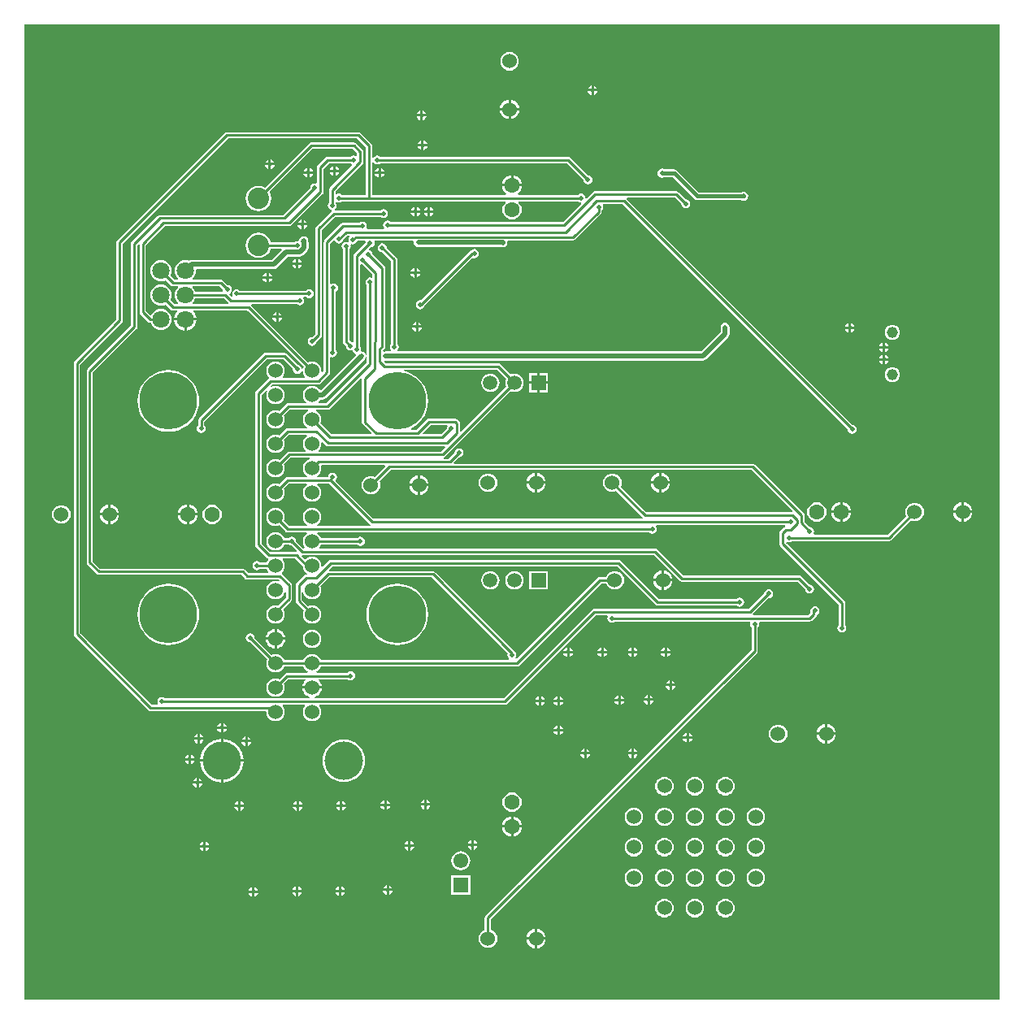
<source format=gbl>
G04 Layer_Physical_Order=2*
G04 Layer_Color=11436288*
%FSAX24Y24*%
%MOIN*%
G70*
G01*
G75*
%ADD29C,0.0100*%
%ADD30C,0.0200*%
%ADD31C,0.0150*%
%ADD32C,0.0454*%
%ADD33C,0.0709*%
%ADD34C,0.0600*%
%ADD35C,0.0630*%
%ADD36C,0.1575*%
%ADD37C,0.2362*%
%ADD38R,0.0591X0.0591*%
%ADD39C,0.0591*%
%ADD40C,0.0610*%
%ADD41R,0.0610X0.0610*%
%ADD42C,0.0875*%
%ADD43C,0.0200*%
G36*
X088750Y008000D02*
X048750D01*
Y048000D01*
X088750D01*
Y008000D01*
D02*
G37*
%LPC*%
G36*
X081584Y018850D02*
X081237D01*
X081245Y018796D01*
X081285Y018698D01*
X081349Y018615D01*
X081433Y018551D01*
X081530Y018510D01*
X081584Y018503D01*
Y018850D01*
D02*
G37*
G36*
X058044Y018550D02*
X057900D01*
Y018406D01*
X057928Y018412D01*
X057994Y018456D01*
X058038Y018522D01*
X058044Y018550D01*
D02*
G37*
G36*
X055850Y018650D02*
X055706D01*
X055712Y018622D01*
X055756Y018556D01*
X055822Y018512D01*
X055850Y018506D01*
Y018650D01*
D02*
G37*
G36*
X082031Y018850D02*
X081684D01*
Y018503D01*
X081739Y018510D01*
X081836Y018551D01*
X081920Y018615D01*
X081984Y018698D01*
X082024Y018796D01*
X082031Y018850D01*
D02*
G37*
G36*
X057800Y018550D02*
X057656D01*
X057662Y018522D01*
X057706Y018456D01*
X057772Y018412D01*
X057800Y018406D01*
Y018550D01*
D02*
G37*
G36*
X071800Y018294D02*
Y018150D01*
X071944D01*
X071938Y018178D01*
X071894Y018244D01*
X071828Y018288D01*
X071800Y018294D01*
D02*
G37*
G36*
X071700D02*
X071672Y018288D01*
X071606Y018244D01*
X071562Y018178D01*
X071556Y018150D01*
X071700D01*
Y018294D01*
D02*
G37*
G36*
X073750D02*
Y018150D01*
X073894D01*
X073888Y018178D01*
X073844Y018244D01*
X073778Y018288D01*
X073750Y018294D01*
D02*
G37*
G36*
X073650D02*
X073622Y018288D01*
X073556Y018244D01*
X073512Y018178D01*
X073506Y018150D01*
X073650D01*
Y018294D01*
D02*
G37*
G36*
X056094Y018650D02*
X055950D01*
Y018506D01*
X055978Y018512D01*
X056044Y018556D01*
X056088Y018622D01*
X056094Y018650D01*
D02*
G37*
G36*
X055950Y018894D02*
Y018750D01*
X056094D01*
X056088Y018778D01*
X056044Y018844D01*
X055978Y018888D01*
X055950Y018894D01*
D02*
G37*
G36*
X055850D02*
X055822Y018888D01*
X055756Y018844D01*
X055712Y018778D01*
X055706Y018750D01*
X055850D01*
Y018894D01*
D02*
G37*
G36*
X076000Y018944D02*
Y018800D01*
X076144D01*
X076138Y018828D01*
X076094Y018894D01*
X076028Y018938D01*
X076000Y018944D01*
D02*
G37*
G36*
X075900D02*
X075872Y018938D01*
X075806Y018894D01*
X075762Y018828D01*
X075756Y018800D01*
X075900D01*
Y018944D01*
D02*
G37*
G36*
X057900Y018794D02*
Y018650D01*
X058044D01*
X058038Y018678D01*
X057994Y018744D01*
X057928Y018788D01*
X057900Y018794D01*
D02*
G37*
G36*
X075900Y018700D02*
X075756D01*
X075762Y018672D01*
X075806Y018606D01*
X075872Y018562D01*
X075900Y018556D01*
Y018700D01*
D02*
G37*
G36*
X079666Y019283D02*
X079567Y019270D01*
X079474Y019232D01*
X079395Y019171D01*
X079334Y019092D01*
X079296Y018999D01*
X079282Y018900D01*
X079296Y018801D01*
X079334Y018708D01*
X079395Y018629D01*
X079474Y018568D01*
X079567Y018530D01*
X079666Y018517D01*
X079765Y018530D01*
X079857Y018568D01*
X079937Y018629D01*
X079998Y018708D01*
X080036Y018801D01*
X080049Y018900D01*
X080036Y018999D01*
X079998Y019092D01*
X079937Y019171D01*
X079857Y019232D01*
X079765Y019270D01*
X079666Y019283D01*
D02*
G37*
G36*
X057800Y018794D02*
X057772Y018788D01*
X057706Y018744D01*
X057662Y018678D01*
X057656Y018650D01*
X057800D01*
Y018794D01*
D02*
G37*
G36*
X076144Y018700D02*
X076000D01*
Y018556D01*
X076028Y018562D01*
X076094Y018606D01*
X076138Y018672D01*
X076144Y018700D01*
D02*
G37*
G36*
X061850Y018671D02*
X061680Y018654D01*
X061516Y018605D01*
X061366Y018524D01*
X061234Y018416D01*
X061125Y018284D01*
X061045Y018133D01*
X060995Y017970D01*
X060978Y017800D01*
X060995Y017630D01*
X061045Y017466D01*
X061125Y017315D01*
X061234Y017183D01*
X061366Y017075D01*
X061516Y016994D01*
X061680Y016945D01*
X061850Y016928D01*
X062020Y016945D01*
X062184Y016994D01*
X062334Y017075D01*
X062466Y017183D01*
X062575Y017315D01*
X062655Y017466D01*
X062705Y017630D01*
X062722Y017800D01*
X062705Y017970D01*
X062655Y018133D01*
X062575Y018284D01*
X062466Y018416D01*
X062334Y018524D01*
X062184Y018605D01*
X062020Y018654D01*
X061850Y018671D01*
D02*
G37*
G36*
X057737Y017750D02*
X056900D01*
Y016913D01*
X057024Y016925D01*
X057191Y016976D01*
X057345Y017058D01*
X057481Y017169D01*
X057591Y017304D01*
X057674Y017458D01*
X057725Y017626D01*
X057737Y017750D01*
D02*
G37*
G36*
X055900Y017094D02*
Y016950D01*
X056044D01*
X056038Y016978D01*
X055994Y017044D01*
X055928Y017088D01*
X055900Y017094D01*
D02*
G37*
G36*
X055800D02*
X055772Y017088D01*
X055706Y017044D01*
X055662Y016978D01*
X055656Y016950D01*
X055800D01*
Y017094D01*
D02*
G37*
G36*
X056800Y017750D02*
X055963D01*
X055975Y017626D01*
X056026Y017458D01*
X056109Y017304D01*
X056219Y017169D01*
X056355Y017058D01*
X056509Y016976D01*
X056676Y016925D01*
X056800Y016913D01*
Y017750D01*
D02*
G37*
G36*
X077500Y017133D02*
X077401Y017120D01*
X077308Y017082D01*
X077229Y017021D01*
X077168Y016942D01*
X077130Y016849D01*
X077117Y016750D01*
X077130Y016651D01*
X077168Y016558D01*
X077229Y016479D01*
X077308Y016418D01*
X077401Y016380D01*
X077500Y016367D01*
X077599Y016380D01*
X077692Y016418D01*
X077771Y016479D01*
X077832Y016558D01*
X077870Y016651D01*
X077883Y016750D01*
X077870Y016849D01*
X077832Y016942D01*
X077771Y017021D01*
X077692Y017082D01*
X077599Y017120D01*
X077500Y017133D01*
D02*
G37*
G36*
X076250D02*
X076151Y017120D01*
X076058Y017082D01*
X075979Y017021D01*
X075918Y016942D01*
X075880Y016849D01*
X075867Y016750D01*
X075880Y016651D01*
X075918Y016558D01*
X075979Y016479D01*
X076058Y016418D01*
X076151Y016380D01*
X076250Y016367D01*
X076349Y016380D01*
X076442Y016418D01*
X076521Y016479D01*
X076582Y016558D01*
X076620Y016651D01*
X076633Y016750D01*
X076620Y016849D01*
X076582Y016942D01*
X076521Y017021D01*
X076442Y017082D01*
X076349Y017120D01*
X076250Y017133D01*
D02*
G37*
G36*
X056044Y016850D02*
X055900D01*
Y016706D01*
X055928Y016712D01*
X055994Y016756D01*
X056038Y016822D01*
X056044Y016850D01*
D02*
G37*
G36*
X055800D02*
X055656D01*
X055662Y016822D01*
X055706Y016756D01*
X055772Y016712D01*
X055800Y016706D01*
Y016850D01*
D02*
G37*
G36*
X055483Y017800D02*
X055339D01*
X055345Y017772D01*
X055389Y017705D01*
X055455Y017661D01*
X055483Y017656D01*
Y017800D01*
D02*
G37*
G36*
X071944Y018050D02*
X071800D01*
Y017906D01*
X071828Y017912D01*
X071894Y017956D01*
X071938Y018022D01*
X071944Y018050D01*
D02*
G37*
G36*
X071700D02*
X071556D01*
X071562Y018022D01*
X071606Y017956D01*
X071672Y017912D01*
X071700Y017906D01*
Y018050D01*
D02*
G37*
G36*
X073894D02*
X073750D01*
Y017906D01*
X073778Y017912D01*
X073844Y017956D01*
X073888Y018022D01*
X073894Y018050D01*
D02*
G37*
G36*
X073650D02*
X073506D01*
X073512Y018022D01*
X073556Y017956D01*
X073622Y017912D01*
X073650Y017906D01*
Y018050D01*
D02*
G37*
G36*
X055583Y018044D02*
Y017900D01*
X055727D01*
X055722Y017928D01*
X055678Y017994D01*
X055611Y018038D01*
X055583Y018044D01*
D02*
G37*
G36*
X056800Y018686D02*
X056676Y018674D01*
X056509Y018623D01*
X056355Y018541D01*
X056219Y018430D01*
X056109Y018295D01*
X056026Y018141D01*
X055975Y017974D01*
X055963Y017850D01*
X056800D01*
Y018686D01*
D02*
G37*
G36*
X055727Y017800D02*
X055583D01*
Y017656D01*
X055611Y017661D01*
X055678Y017705D01*
X055722Y017772D01*
X055727Y017800D01*
D02*
G37*
G36*
X055483Y018044D02*
X055455Y018038D01*
X055389Y017994D01*
X055345Y017928D01*
X055339Y017900D01*
X055483D01*
Y018044D01*
D02*
G37*
G36*
X056900Y018686D02*
Y017850D01*
X057737D01*
X057725Y017974D01*
X057674Y018141D01*
X057591Y018295D01*
X057481Y018430D01*
X057345Y018541D01*
X057191Y018623D01*
X057024Y018674D01*
X056900Y018686D01*
D02*
G37*
G36*
X070600Y019000D02*
X070456D01*
X070462Y018972D01*
X070506Y018906D01*
X070572Y018862D01*
X070600Y018856D01*
Y019000D01*
D02*
G37*
G36*
X075200Y020850D02*
X075056D01*
X075062Y020822D01*
X075106Y020756D01*
X075172Y020712D01*
X075200Y020706D01*
Y020850D01*
D02*
G37*
G36*
X074400Y020494D02*
Y020350D01*
X074544D01*
X074538Y020378D01*
X074494Y020444D01*
X074428Y020488D01*
X074400Y020494D01*
D02*
G37*
G36*
X075200Y021094D02*
X075172Y021088D01*
X075106Y021044D01*
X075062Y020978D01*
X075056Y020950D01*
X075200D01*
Y021094D01*
D02*
G37*
G36*
X075444Y020850D02*
X075300D01*
Y020706D01*
X075328Y020712D01*
X075394Y020756D01*
X075438Y020822D01*
X075444Y020850D01*
D02*
G37*
G36*
X074300Y020494D02*
X074272Y020488D01*
X074206Y020444D01*
X074162Y020378D01*
X074156Y020350D01*
X074300D01*
Y020494D01*
D02*
G37*
G36*
X070700Y020444D02*
Y020300D01*
X070844D01*
X070838Y020328D01*
X070794Y020394D01*
X070728Y020438D01*
X070700Y020444D01*
D02*
G37*
G36*
X070600D02*
X070572Y020438D01*
X070506Y020394D01*
X070462Y020328D01*
X070456Y020300D01*
X070600D01*
Y020444D01*
D02*
G37*
G36*
X073200Y020477D02*
Y020334D01*
X073344D01*
X073338Y020362D01*
X073294Y020428D01*
X073228Y020472D01*
X073200Y020477D01*
D02*
G37*
G36*
X073100D02*
X073072Y020472D01*
X073006Y020428D01*
X072962Y020362D01*
X072956Y020334D01*
X073100D01*
Y020477D01*
D02*
G37*
G36*
X075300Y021094D02*
Y020950D01*
X075444D01*
X075438Y020978D01*
X075394Y021044D01*
X075328Y021088D01*
X075300Y021094D01*
D02*
G37*
G36*
X075000Y022200D02*
X074856D01*
X074862Y022172D01*
X074906Y022106D01*
X074972Y022062D01*
X075000Y022056D01*
Y022200D01*
D02*
G37*
G36*
X073894D02*
X073750D01*
Y022056D01*
X073778Y022062D01*
X073844Y022106D01*
X073888Y022172D01*
X073894Y022200D01*
D02*
G37*
G36*
X071000Y022444D02*
X070972Y022438D01*
X070906Y022394D01*
X070862Y022328D01*
X070856Y022300D01*
X071000D01*
Y022444D01*
D02*
G37*
G36*
X075244Y022200D02*
X075100D01*
Y022056D01*
X075128Y022062D01*
X075194Y022106D01*
X075238Y022172D01*
X075244Y022200D01*
D02*
G37*
G36*
X073650D02*
X073506D01*
X073512Y022172D01*
X073556Y022106D01*
X073622Y022062D01*
X073650Y022056D01*
Y022200D01*
D02*
G37*
G36*
X071244D02*
X071100D01*
Y022056D01*
X071128Y022062D01*
X071194Y022106D01*
X071238Y022172D01*
X071244Y022200D01*
D02*
G37*
G36*
X071000D02*
X070856D01*
X070862Y022172D01*
X070906Y022106D01*
X070972Y022062D01*
X071000Y022056D01*
Y022200D01*
D02*
G37*
G36*
X072644D02*
X072500D01*
Y022056D01*
X072528Y022062D01*
X072594Y022106D01*
X072638Y022172D01*
X072644Y022200D01*
D02*
G37*
G36*
X072400D02*
X072256D01*
X072262Y022172D01*
X072306Y022106D01*
X072372Y022062D01*
X072400Y022056D01*
Y022200D01*
D02*
G37*
G36*
X070700Y019244D02*
Y019100D01*
X070844D01*
X070838Y019128D01*
X070794Y019194D01*
X070728Y019238D01*
X070700Y019244D01*
D02*
G37*
G36*
X070600D02*
X070572Y019238D01*
X070506Y019194D01*
X070462Y019128D01*
X070456Y019100D01*
X070600D01*
Y019244D01*
D02*
G37*
G36*
X056900Y019344D02*
Y019200D01*
X057044D01*
X057038Y019228D01*
X056994Y019294D01*
X056928Y019338D01*
X056900Y019344D01*
D02*
G37*
G36*
X056800D02*
X056772Y019338D01*
X056706Y019294D01*
X056662Y019228D01*
X056656Y019200D01*
X056800D01*
Y019344D01*
D02*
G37*
G36*
X057044Y019100D02*
X056900D01*
Y018956D01*
X056928Y018962D01*
X056994Y019006D01*
X057038Y019072D01*
X057044Y019100D01*
D02*
G37*
G36*
X081584Y019297D02*
X081530Y019290D01*
X081433Y019249D01*
X081349Y019185D01*
X081285Y019102D01*
X081245Y019004D01*
X081237Y018950D01*
X081584D01*
Y019297D01*
D02*
G37*
G36*
X070844Y019000D02*
X070700D01*
Y018856D01*
X070728Y018862D01*
X070794Y018906D01*
X070838Y018972D01*
X070844Y019000D01*
D02*
G37*
G36*
X056800Y019100D02*
X056656D01*
X056662Y019072D01*
X056706Y019006D01*
X056772Y018962D01*
X056800Y018956D01*
Y019100D01*
D02*
G37*
G36*
X081684Y019297D02*
Y018950D01*
X082031D01*
X082024Y019004D01*
X081984Y019102D01*
X081920Y019185D01*
X081836Y019249D01*
X081739Y019290D01*
X081684Y019297D01*
D02*
G37*
G36*
X069850Y020200D02*
X069706D01*
X069712Y020172D01*
X069756Y020106D01*
X069822Y020062D01*
X069850Y020056D01*
Y020200D01*
D02*
G37*
G36*
X074544Y020250D02*
X074400D01*
Y020106D01*
X074428Y020112D01*
X074494Y020156D01*
X074538Y020222D01*
X074544Y020250D01*
D02*
G37*
G36*
X074300D02*
X074156D01*
X074162Y020222D01*
X074206Y020156D01*
X074272Y020112D01*
X074300Y020106D01*
Y020250D01*
D02*
G37*
G36*
X069950Y020444D02*
Y020300D01*
X070094D01*
X070088Y020328D01*
X070044Y020394D01*
X069978Y020438D01*
X069950Y020444D01*
D02*
G37*
G36*
X069850D02*
X069822Y020438D01*
X069756Y020394D01*
X069712Y020328D01*
X069706Y020300D01*
X069850D01*
Y020444D01*
D02*
G37*
G36*
X073344Y020234D02*
X073200D01*
Y020090D01*
X073228Y020095D01*
X073294Y020139D01*
X073338Y020205D01*
X073344Y020234D01*
D02*
G37*
G36*
X070600Y020200D02*
X070456D01*
X070462Y020172D01*
X070506Y020106D01*
X070572Y020062D01*
X070600Y020056D01*
Y020200D01*
D02*
G37*
G36*
X070094D02*
X069950D01*
Y020056D01*
X069978Y020062D01*
X070044Y020106D01*
X070088Y020172D01*
X070094Y020200D01*
D02*
G37*
G36*
X073100Y020234D02*
X072956D01*
X072962Y020205D01*
X073006Y020139D01*
X073072Y020095D01*
X073100Y020090D01*
Y020234D01*
D02*
G37*
G36*
X070844Y020200D02*
X070700D01*
Y020056D01*
X070728Y020062D01*
X070794Y020106D01*
X070838Y020172D01*
X070844Y020200D01*
D02*
G37*
G36*
X075000Y017133D02*
X074901Y017120D01*
X074808Y017082D01*
X074729Y017021D01*
X074668Y016942D01*
X074630Y016849D01*
X074617Y016750D01*
X074630Y016651D01*
X074668Y016558D01*
X074729Y016479D01*
X074808Y016418D01*
X074901Y016380D01*
X075000Y016367D01*
X075099Y016380D01*
X075192Y016418D01*
X075271Y016479D01*
X075332Y016558D01*
X075370Y016651D01*
X075383Y016750D01*
X075370Y016849D01*
X075332Y016942D01*
X075271Y017021D01*
X075192Y017082D01*
X075099Y017120D01*
X075000Y017133D01*
D02*
G37*
G36*
Y013383D02*
X074901Y013370D01*
X074808Y013332D01*
X074729Y013271D01*
X074668Y013192D01*
X074630Y013099D01*
X074617Y013000D01*
X074630Y012901D01*
X074668Y012808D01*
X074729Y012729D01*
X074808Y012668D01*
X074901Y012630D01*
X075000Y012617D01*
X075099Y012630D01*
X075192Y012668D01*
X075271Y012729D01*
X075332Y012808D01*
X075370Y012901D01*
X075383Y013000D01*
X075370Y013099D01*
X075332Y013192D01*
X075271Y013271D01*
X075192Y013332D01*
X075099Y013370D01*
X075000Y013383D01*
D02*
G37*
G36*
X073750D02*
X073651Y013370D01*
X073558Y013332D01*
X073479Y013271D01*
X073418Y013192D01*
X073380Y013099D01*
X073367Y013000D01*
X073380Y012901D01*
X073418Y012808D01*
X073479Y012729D01*
X073558Y012668D01*
X073651Y012630D01*
X073750Y012617D01*
X073849Y012630D01*
X073942Y012668D01*
X074021Y012729D01*
X074082Y012808D01*
X074120Y012901D01*
X074133Y013000D01*
X074120Y013099D01*
X074082Y013192D01*
X074021Y013271D01*
X073942Y013332D01*
X073849Y013370D01*
X073750Y013383D01*
D02*
G37*
G36*
X077500D02*
X077401Y013370D01*
X077308Y013332D01*
X077229Y013271D01*
X077168Y013192D01*
X077130Y013099D01*
X077117Y013000D01*
X077130Y012901D01*
X077168Y012808D01*
X077229Y012729D01*
X077308Y012668D01*
X077401Y012630D01*
X077500Y012617D01*
X077599Y012630D01*
X077692Y012668D01*
X077771Y012729D01*
X077832Y012808D01*
X077870Y012901D01*
X077883Y013000D01*
X077870Y013099D01*
X077832Y013192D01*
X077771Y013271D01*
X077692Y013332D01*
X077599Y013370D01*
X077500Y013383D01*
D02*
G37*
G36*
X076250D02*
X076151Y013370D01*
X076058Y013332D01*
X075979Y013271D01*
X075918Y013192D01*
X075880Y013099D01*
X075867Y013000D01*
X075880Y012901D01*
X075918Y012808D01*
X075979Y012729D01*
X076058Y012668D01*
X076151Y012630D01*
X076250Y012617D01*
X076349Y012630D01*
X076442Y012668D01*
X076521Y012729D01*
X076582Y012808D01*
X076620Y012901D01*
X076633Y013000D01*
X076620Y013099D01*
X076582Y013192D01*
X076521Y013271D01*
X076442Y013332D01*
X076349Y013370D01*
X076250Y013383D01*
D02*
G37*
G36*
X063700Y012694D02*
Y012550D01*
X063844D01*
X063838Y012578D01*
X063794Y012644D01*
X063728Y012688D01*
X063700Y012694D01*
D02*
G37*
G36*
X061650Y012644D02*
X061622Y012638D01*
X061556Y012594D01*
X061512Y012528D01*
X061506Y012500D01*
X061650D01*
Y012644D01*
D02*
G37*
G36*
X059980Y012634D02*
Y012490D01*
X060124D01*
X060118Y012518D01*
X060074Y012584D01*
X060008Y012628D01*
X059980Y012634D01*
D02*
G37*
G36*
X063600Y012694D02*
X063572Y012688D01*
X063506Y012644D01*
X063462Y012578D01*
X063456Y012550D01*
X063600D01*
Y012694D01*
D02*
G37*
G36*
X061750Y012644D02*
Y012500D01*
X061894D01*
X061888Y012528D01*
X061844Y012594D01*
X061778Y012638D01*
X061750Y012644D01*
D02*
G37*
G36*
X078750Y013383D02*
X078651Y013370D01*
X078558Y013332D01*
X078479Y013271D01*
X078418Y013192D01*
X078380Y013099D01*
X078367Y013000D01*
X078380Y012901D01*
X078418Y012808D01*
X078479Y012729D01*
X078558Y012668D01*
X078651Y012630D01*
X078750Y012617D01*
X078849Y012630D01*
X078942Y012668D01*
X079021Y012729D01*
X079082Y012808D01*
X079120Y012901D01*
X079133Y013000D01*
X079120Y013099D01*
X079082Y013192D01*
X079021Y013271D01*
X078942Y013332D01*
X078849Y013370D01*
X078750Y013383D01*
D02*
G37*
G36*
X056080Y014240D02*
X055936D01*
X055942Y014212D01*
X055986Y014146D01*
X056052Y014102D01*
X056080Y014096D01*
Y014240D01*
D02*
G37*
G36*
X078750Y014633D02*
X078651Y014620D01*
X078558Y014582D01*
X078479Y014521D01*
X078418Y014442D01*
X078380Y014349D01*
X078367Y014250D01*
X078380Y014151D01*
X078418Y014058D01*
X078479Y013979D01*
X078558Y013918D01*
X078651Y013880D01*
X078750Y013867D01*
X078849Y013880D01*
X078942Y013918D01*
X079021Y013979D01*
X079082Y014058D01*
X079120Y014151D01*
X079133Y014250D01*
X079120Y014349D01*
X079082Y014442D01*
X079021Y014521D01*
X078942Y014582D01*
X078849Y014620D01*
X078750Y014633D01*
D02*
G37*
G36*
X064490Y014260D02*
X064346D01*
X064352Y014232D01*
X064396Y014166D01*
X064462Y014122D01*
X064490Y014116D01*
Y014260D01*
D02*
G37*
G36*
X056324Y014240D02*
X056180D01*
Y014096D01*
X056208Y014102D01*
X056274Y014146D01*
X056318Y014212D01*
X056324Y014240D01*
D02*
G37*
G36*
X077500Y014633D02*
X077401Y014620D01*
X077308Y014582D01*
X077229Y014521D01*
X077168Y014442D01*
X077130Y014349D01*
X077117Y014250D01*
X077130Y014151D01*
X077168Y014058D01*
X077229Y013979D01*
X077308Y013918D01*
X077401Y013880D01*
X077500Y013867D01*
X077599Y013880D01*
X077692Y013918D01*
X077771Y013979D01*
X077832Y014058D01*
X077870Y014151D01*
X077883Y014250D01*
X077870Y014349D01*
X077832Y014442D01*
X077771Y014521D01*
X077692Y014582D01*
X077599Y014620D01*
X077500Y014633D01*
D02*
G37*
G36*
X073750D02*
X073651Y014620D01*
X073558Y014582D01*
X073479Y014521D01*
X073418Y014442D01*
X073380Y014349D01*
X073367Y014250D01*
X073380Y014151D01*
X073418Y014058D01*
X073479Y013979D01*
X073558Y013918D01*
X073651Y013880D01*
X073750Y013867D01*
X073849Y013880D01*
X073942Y013918D01*
X074021Y013979D01*
X074082Y014058D01*
X074120Y014151D01*
X074133Y014250D01*
X074120Y014349D01*
X074082Y014442D01*
X074021Y014521D01*
X073942Y014582D01*
X073849Y014620D01*
X073750Y014633D01*
D02*
G37*
G36*
X066650Y014088D02*
X066549Y014075D01*
X066456Y014036D01*
X066375Y013975D01*
X066314Y013894D01*
X066275Y013801D01*
X066262Y013700D01*
X066275Y013599D01*
X066314Y013506D01*
X066375Y013425D01*
X066456Y013364D01*
X066549Y013325D01*
X066650Y013312D01*
X066751Y013325D01*
X066844Y013364D01*
X066925Y013425D01*
X066986Y013506D01*
X067025Y013599D01*
X067038Y013700D01*
X067025Y013801D01*
X066986Y013894D01*
X066925Y013975D01*
X066844Y014036D01*
X066751Y014075D01*
X066650Y014088D01*
D02*
G37*
G36*
X076250Y014633D02*
X076151Y014620D01*
X076058Y014582D01*
X075979Y014521D01*
X075918Y014442D01*
X075880Y014349D01*
X075867Y014250D01*
X075880Y014151D01*
X075918Y014058D01*
X075979Y013979D01*
X076058Y013918D01*
X076151Y013880D01*
X076250Y013867D01*
X076349Y013880D01*
X076442Y013918D01*
X076521Y013979D01*
X076582Y014058D01*
X076620Y014151D01*
X076633Y014250D01*
X076620Y014349D01*
X076582Y014442D01*
X076521Y014521D01*
X076442Y014582D01*
X076349Y014620D01*
X076250Y014633D01*
D02*
G37*
G36*
X075000D02*
X074901Y014620D01*
X074808Y014582D01*
X074729Y014521D01*
X074668Y014442D01*
X074630Y014349D01*
X074617Y014250D01*
X074630Y014151D01*
X074668Y014058D01*
X074729Y013979D01*
X074808Y013918D01*
X074901Y013880D01*
X075000Y013867D01*
X075099Y013880D01*
X075192Y013918D01*
X075271Y013979D01*
X075332Y014058D01*
X075370Y014151D01*
X075383Y014250D01*
X075370Y014349D01*
X075332Y014442D01*
X075271Y014521D01*
X075192Y014582D01*
X075099Y014620D01*
X075000Y014633D01*
D02*
G37*
G36*
X077500Y012133D02*
X077401Y012120D01*
X077308Y012082D01*
X077229Y012021D01*
X077168Y011942D01*
X077130Y011849D01*
X077117Y011750D01*
X077130Y011651D01*
X077168Y011558D01*
X077229Y011479D01*
X077308Y011418D01*
X077401Y011380D01*
X077500Y011367D01*
X077599Y011380D01*
X077692Y011418D01*
X077771Y011479D01*
X077832Y011558D01*
X077870Y011651D01*
X077883Y011750D01*
X077870Y011849D01*
X077832Y011942D01*
X077771Y012021D01*
X077692Y012082D01*
X077599Y012120D01*
X077500Y012133D01*
D02*
G37*
G36*
X076250D02*
X076151Y012120D01*
X076058Y012082D01*
X075979Y012021D01*
X075918Y011942D01*
X075880Y011849D01*
X075867Y011750D01*
X075880Y011651D01*
X075918Y011558D01*
X075979Y011479D01*
X076058Y011418D01*
X076151Y011380D01*
X076250Y011367D01*
X076349Y011380D01*
X076442Y011418D01*
X076521Y011479D01*
X076582Y011558D01*
X076620Y011651D01*
X076633Y011750D01*
X076620Y011849D01*
X076582Y011942D01*
X076521Y012021D01*
X076442Y012082D01*
X076349Y012120D01*
X076250Y012133D01*
D02*
G37*
G36*
X058334Y012370D02*
X058190D01*
Y012226D01*
X058218Y012232D01*
X058284Y012276D01*
X058328Y012342D01*
X058334Y012370D01*
D02*
G37*
G36*
X058090D02*
X057946D01*
X057952Y012342D01*
X057996Y012276D01*
X058062Y012232D01*
X058090Y012226D01*
Y012370D01*
D02*
G37*
G36*
X075000Y012133D02*
X074901Y012120D01*
X074808Y012082D01*
X074729Y012021D01*
X074668Y011942D01*
X074630Y011849D01*
X074617Y011750D01*
X074630Y011651D01*
X074668Y011558D01*
X074729Y011479D01*
X074808Y011418D01*
X074901Y011380D01*
X075000Y011367D01*
X075099Y011380D01*
X075192Y011418D01*
X075271Y011479D01*
X075332Y011558D01*
X075370Y011651D01*
X075383Y011750D01*
X075370Y011849D01*
X075332Y011942D01*
X075271Y012021D01*
X075192Y012082D01*
X075099Y012120D01*
X075000Y012133D01*
D02*
G37*
G36*
X070131Y010450D02*
X069784D01*
Y010103D01*
X069839Y010110D01*
X069936Y010151D01*
X070020Y010215D01*
X070084Y010298D01*
X070124Y010396D01*
X070131Y010450D01*
D02*
G37*
G36*
X069684D02*
X069337D01*
X069345Y010396D01*
X069385Y010298D01*
X069449Y010215D01*
X069533Y010151D01*
X069630Y010110D01*
X069684Y010103D01*
Y010450D01*
D02*
G37*
G36*
X069784Y010897D02*
Y010550D01*
X070131D01*
X070124Y010604D01*
X070084Y010702D01*
X070020Y010785D01*
X069936Y010849D01*
X069839Y010890D01*
X069784Y010897D01*
D02*
G37*
G36*
X069684D02*
X069630Y010890D01*
X069533Y010849D01*
X069449Y010785D01*
X069385Y010702D01*
X069345Y010604D01*
X069337Y010550D01*
X069684D01*
Y010897D01*
D02*
G37*
G36*
X059880Y012390D02*
X059736D01*
X059742Y012362D01*
X059786Y012296D01*
X059852Y012252D01*
X059880Y012246D01*
Y012390D01*
D02*
G37*
G36*
X058090Y012614D02*
X058062Y012608D01*
X057996Y012564D01*
X057952Y012498D01*
X057946Y012470D01*
X058090D01*
Y012614D01*
D02*
G37*
G36*
X067035Y013085D02*
X066265D01*
Y012315D01*
X067035D01*
Y013085D01*
D02*
G37*
G36*
X059880Y012634D02*
X059852Y012628D01*
X059786Y012584D01*
X059742Y012518D01*
X059736Y012490D01*
X059880D01*
Y012634D01*
D02*
G37*
G36*
X058190Y012614D02*
Y012470D01*
X058334D01*
X058328Y012498D01*
X058284Y012564D01*
X058218Y012608D01*
X058190Y012614D01*
D02*
G37*
G36*
X063844Y012450D02*
X063700D01*
Y012306D01*
X063728Y012312D01*
X063794Y012356D01*
X063838Y012422D01*
X063844Y012450D01*
D02*
G37*
G36*
X061650Y012400D02*
X061506D01*
X061512Y012372D01*
X061556Y012306D01*
X061622Y012262D01*
X061650Y012256D01*
Y012400D01*
D02*
G37*
G36*
X060124Y012390D02*
X059980D01*
Y012246D01*
X060008Y012252D01*
X060074Y012296D01*
X060118Y012362D01*
X060124Y012390D01*
D02*
G37*
G36*
X063600Y012450D02*
X063456D01*
X063462Y012422D01*
X063506Y012356D01*
X063572Y012312D01*
X063600Y012306D01*
Y012450D01*
D02*
G37*
G36*
X061894Y012400D02*
X061750D01*
Y012256D01*
X061778Y012262D01*
X061844Y012306D01*
X061888Y012372D01*
X061894Y012400D01*
D02*
G37*
G36*
X064734Y014260D02*
X064590D01*
Y014116D01*
X064618Y014122D01*
X064684Y014166D01*
X064728Y014232D01*
X064734Y014260D01*
D02*
G37*
G36*
X063744Y015930D02*
X063600D01*
Y015786D01*
X063628Y015792D01*
X063694Y015836D01*
X063738Y015902D01*
X063744Y015930D01*
D02*
G37*
G36*
X063500D02*
X063356D01*
X063362Y015902D01*
X063406Y015836D01*
X063472Y015792D01*
X063500Y015786D01*
Y015930D01*
D02*
G37*
G36*
X065394Y015950D02*
X065250D01*
Y015806D01*
X065278Y015812D01*
X065344Y015856D01*
X065388Y015922D01*
X065394Y015950D01*
D02*
G37*
G36*
X065150D02*
X065006D01*
X065012Y015922D01*
X065056Y015856D01*
X065122Y015812D01*
X065150Y015806D01*
Y015950D01*
D02*
G37*
G36*
X061934Y015910D02*
X061790D01*
Y015766D01*
X061818Y015772D01*
X061884Y015816D01*
X061928Y015882D01*
X061934Y015910D01*
D02*
G37*
G36*
X059910Y015890D02*
X059766D01*
X059772Y015862D01*
X059816Y015796D01*
X059882Y015752D01*
X059910Y015746D01*
Y015890D01*
D02*
G37*
G36*
X057754D02*
X057610D01*
Y015746D01*
X057638Y015752D01*
X057704Y015796D01*
X057748Y015862D01*
X057754Y015890D01*
D02*
G37*
G36*
X061690Y015910D02*
X061546D01*
X061552Y015882D01*
X061596Y015816D01*
X061662Y015772D01*
X061690Y015766D01*
Y015910D01*
D02*
G37*
G36*
X060154Y015890D02*
X060010D01*
Y015746D01*
X060038Y015752D01*
X060104Y015796D01*
X060148Y015862D01*
X060154Y015890D01*
D02*
G37*
G36*
X057510Y016134D02*
X057482Y016128D01*
X057416Y016084D01*
X057372Y016018D01*
X057366Y015990D01*
X057510D01*
Y016134D01*
D02*
G37*
G36*
X063600Y016174D02*
Y016030D01*
X063744D01*
X063738Y016058D01*
X063694Y016124D01*
X063628Y016168D01*
X063600Y016174D01*
D02*
G37*
G36*
X063500D02*
X063472Y016168D01*
X063406Y016124D01*
X063362Y016058D01*
X063356Y016030D01*
X063500D01*
Y016174D01*
D02*
G37*
G36*
X065250Y016194D02*
Y016050D01*
X065394D01*
X065388Y016078D01*
X065344Y016144D01*
X065278Y016188D01*
X065250Y016194D01*
D02*
G37*
G36*
X065150D02*
X065122Y016188D01*
X065056Y016144D01*
X065012Y016078D01*
X065006Y016050D01*
X065150D01*
Y016194D01*
D02*
G37*
G36*
X061790Y016154D02*
Y016010D01*
X061934D01*
X061928Y016038D01*
X061884Y016104D01*
X061818Y016148D01*
X061790Y016154D01*
D02*
G37*
G36*
X059910Y016134D02*
X059882Y016128D01*
X059816Y016084D01*
X059772Y016018D01*
X059766Y015990D01*
X059910D01*
Y016134D01*
D02*
G37*
G36*
X057610D02*
Y015990D01*
X057754D01*
X057748Y016018D01*
X057704Y016084D01*
X057638Y016128D01*
X057610Y016134D01*
D02*
G37*
G36*
X061690Y016154D02*
X061662Y016148D01*
X061596Y016104D01*
X061552Y016038D01*
X061546Y016010D01*
X061690D01*
Y016154D01*
D02*
G37*
G36*
X060010Y016134D02*
Y015990D01*
X060154D01*
X060148Y016018D01*
X060104Y016084D01*
X060038Y016128D01*
X060010Y016134D01*
D02*
G37*
G36*
X067080Y014534D02*
X067052Y014528D01*
X066986Y014484D01*
X066942Y014418D01*
X066936Y014390D01*
X067080D01*
Y014534D01*
D02*
G37*
G36*
X064590Y014504D02*
Y014360D01*
X064734D01*
X064728Y014388D01*
X064684Y014454D01*
X064618Y014498D01*
X064590Y014504D01*
D02*
G37*
G36*
X068700Y015050D02*
X068338D01*
X068346Y014992D01*
X068388Y014891D01*
X068454Y014804D01*
X068541Y014738D01*
X068642Y014696D01*
X068700Y014688D01*
Y015050D01*
D02*
G37*
G36*
X067180Y014534D02*
Y014390D01*
X067324D01*
X067318Y014418D01*
X067274Y014484D01*
X067208Y014528D01*
X067180Y014534D01*
D02*
G37*
G36*
X064490Y014504D02*
X064462Y014498D01*
X064396Y014454D01*
X064352Y014388D01*
X064346Y014360D01*
X064490D01*
Y014504D01*
D02*
G37*
G36*
X067324Y014290D02*
X067180D01*
Y014146D01*
X067208Y014152D01*
X067274Y014196D01*
X067318Y014262D01*
X067324Y014290D01*
D02*
G37*
G36*
X067080D02*
X066936D01*
X066942Y014262D01*
X066986Y014196D01*
X067052Y014152D01*
X067080Y014146D01*
Y014290D01*
D02*
G37*
G36*
X056180Y014484D02*
Y014340D01*
X056324D01*
X056318Y014368D01*
X056274Y014434D01*
X056208Y014478D01*
X056180Y014484D01*
D02*
G37*
G36*
X056080D02*
X056052Y014478D01*
X055986Y014434D01*
X055942Y014368D01*
X055936Y014340D01*
X056080D01*
Y014484D01*
D02*
G37*
G36*
X069162Y015050D02*
X068800D01*
Y014688D01*
X068858Y014696D01*
X068959Y014738D01*
X069046Y014804D01*
X069112Y014891D01*
X069154Y014992D01*
X069162Y015050D01*
D02*
G37*
G36*
X068800Y015512D02*
Y015150D01*
X069162D01*
X069154Y015208D01*
X069112Y015309D01*
X069046Y015396D01*
X068959Y015462D01*
X068858Y015504D01*
X068800Y015512D01*
D02*
G37*
G36*
X068700D02*
X068642Y015504D01*
X068541Y015462D01*
X068454Y015396D01*
X068388Y015309D01*
X068346Y015208D01*
X068338Y015150D01*
X068700D01*
Y015512D01*
D02*
G37*
G36*
X057510Y015890D02*
X057366D01*
X057372Y015862D01*
X057416Y015796D01*
X057482Y015752D01*
X057510Y015746D01*
Y015890D01*
D02*
G37*
G36*
X068750Y016498D02*
X068647Y016485D01*
X068551Y016445D01*
X068468Y016382D01*
X068405Y016299D01*
X068365Y016203D01*
X068352Y016100D01*
X068365Y015997D01*
X068405Y015901D01*
X068468Y015818D01*
X068551Y015755D01*
X068647Y015715D01*
X068750Y015702D01*
X068853Y015715D01*
X068949Y015755D01*
X069032Y015818D01*
X069095Y015901D01*
X069135Y015997D01*
X069148Y016100D01*
X069135Y016203D01*
X069095Y016299D01*
X069032Y016382D01*
X068949Y016445D01*
X068853Y016485D01*
X068750Y016498D01*
D02*
G37*
G36*
X078750Y015883D02*
X078651Y015870D01*
X078558Y015832D01*
X078479Y015771D01*
X078418Y015692D01*
X078380Y015599D01*
X078367Y015500D01*
X078380Y015401D01*
X078418Y015308D01*
X078479Y015229D01*
X078558Y015168D01*
X078651Y015130D01*
X078750Y015117D01*
X078849Y015130D01*
X078942Y015168D01*
X079021Y015229D01*
X079082Y015308D01*
X079120Y015401D01*
X079133Y015500D01*
X079120Y015599D01*
X079082Y015692D01*
X079021Y015771D01*
X078942Y015832D01*
X078849Y015870D01*
X078750Y015883D01*
D02*
G37*
G36*
X075000D02*
X074901Y015870D01*
X074808Y015832D01*
X074729Y015771D01*
X074668Y015692D01*
X074630Y015599D01*
X074617Y015500D01*
X074630Y015401D01*
X074668Y015308D01*
X074729Y015229D01*
X074808Y015168D01*
X074901Y015130D01*
X075000Y015117D01*
X075099Y015130D01*
X075192Y015168D01*
X075271Y015229D01*
X075332Y015308D01*
X075370Y015401D01*
X075383Y015500D01*
X075370Y015599D01*
X075332Y015692D01*
X075271Y015771D01*
X075192Y015832D01*
X075099Y015870D01*
X075000Y015883D01*
D02*
G37*
G36*
X073750D02*
X073651Y015870D01*
X073558Y015832D01*
X073479Y015771D01*
X073418Y015692D01*
X073380Y015599D01*
X073367Y015500D01*
X073380Y015401D01*
X073418Y015308D01*
X073479Y015229D01*
X073558Y015168D01*
X073651Y015130D01*
X073750Y015117D01*
X073849Y015130D01*
X073942Y015168D01*
X074021Y015229D01*
X074082Y015308D01*
X074120Y015401D01*
X074133Y015500D01*
X074120Y015599D01*
X074082Y015692D01*
X074021Y015771D01*
X073942Y015832D01*
X073849Y015870D01*
X073750Y015883D01*
D02*
G37*
G36*
X077500D02*
X077401Y015870D01*
X077308Y015832D01*
X077229Y015771D01*
X077168Y015692D01*
X077130Y015599D01*
X077117Y015500D01*
X077130Y015401D01*
X077168Y015308D01*
X077229Y015229D01*
X077308Y015168D01*
X077401Y015130D01*
X077500Y015117D01*
X077599Y015130D01*
X077692Y015168D01*
X077771Y015229D01*
X077832Y015308D01*
X077870Y015401D01*
X077883Y015500D01*
X077870Y015599D01*
X077832Y015692D01*
X077771Y015771D01*
X077692Y015832D01*
X077599Y015870D01*
X077500Y015883D01*
D02*
G37*
G36*
X076250D02*
X076151Y015870D01*
X076058Y015832D01*
X075979Y015771D01*
X075918Y015692D01*
X075880Y015599D01*
X075867Y015500D01*
X075880Y015401D01*
X075918Y015308D01*
X075979Y015229D01*
X076058Y015168D01*
X076151Y015130D01*
X076250Y015117D01*
X076349Y015130D01*
X076442Y015168D01*
X076521Y015229D01*
X076582Y015308D01*
X076620Y015401D01*
X076633Y015500D01*
X076620Y015599D01*
X076582Y015692D01*
X076521Y015771D01*
X076442Y015832D01*
X076349Y015870D01*
X076250Y015883D01*
D02*
G37*
G36*
X071100Y022444D02*
Y022300D01*
X071244D01*
X071238Y022328D01*
X071194Y022394D01*
X071128Y022438D01*
X071100Y022444D01*
D02*
G37*
G36*
X064800Y035794D02*
X064772Y035788D01*
X064706Y035744D01*
X064662Y035678D01*
X064656Y035650D01*
X064800D01*
Y035794D01*
D02*
G37*
G36*
X064900D02*
Y035650D01*
X065044D01*
X065038Y035678D01*
X064994Y035744D01*
X064928Y035788D01*
X064900Y035794D01*
D02*
G37*
G36*
X064737Y037760D02*
X064593D01*
X064599Y037732D01*
X064643Y037666D01*
X064709Y037622D01*
X064737Y037616D01*
Y037760D01*
D02*
G37*
G36*
X082650Y035744D02*
Y035600D01*
X082794D01*
X082788Y035628D01*
X082744Y035694D01*
X082678Y035738D01*
X082650Y035744D01*
D02*
G37*
G36*
X064800Y035550D02*
X064656D01*
X064662Y035522D01*
X064706Y035456D01*
X064772Y035412D01*
X064800Y035406D01*
Y035550D01*
D02*
G37*
G36*
X065044D02*
X064900D01*
Y035406D01*
X064928Y035412D01*
X064994Y035456D01*
X065038Y035522D01*
X065044Y035550D01*
D02*
G37*
G36*
X082550Y035744D02*
X082522Y035738D01*
X082456Y035694D01*
X082412Y035628D01*
X082406Y035600D01*
X082550D01*
Y035744D01*
D02*
G37*
G36*
X074900Y042084D02*
X074830Y042070D01*
X074770Y042030D01*
X074730Y041970D01*
X074716Y041900D01*
X074730Y041830D01*
X074770Y041770D01*
X074830Y041730D01*
X074900Y041716D01*
X074970Y041730D01*
X074987Y041742D01*
X075335D01*
X076238Y040838D01*
X076290Y040804D01*
X076350Y040792D01*
X078163D01*
X078180Y040780D01*
X078250Y040766D01*
X078320Y040780D01*
X078380Y040820D01*
X078420Y040880D01*
X078434Y040950D01*
X078420Y041020D01*
X078380Y041080D01*
X078320Y041120D01*
X078250Y041134D01*
X078180Y041120D01*
X078163Y041108D01*
X076415D01*
X075512Y042012D01*
X075460Y042046D01*
X075400Y042058D01*
X074987D01*
X074970Y042070D01*
X074900Y042084D01*
D02*
G37*
G36*
X062450Y043583D02*
X057050D01*
X056999Y043572D01*
X056956Y043544D01*
X052556Y039144D01*
X052528Y039101D01*
X052517Y039050D01*
Y035905D01*
X050806Y034194D01*
X050778Y034151D01*
X050767Y034100D01*
Y022990D01*
X050778Y022939D01*
X050806Y022896D01*
X053836Y019866D01*
X053879Y019838D01*
X053930Y019827D01*
X058643D01*
X058667Y019800D01*
X058680Y019701D01*
X058718Y019608D01*
X058779Y019529D01*
X058858Y019468D01*
X058951Y019430D01*
X059050Y019417D01*
X059149Y019430D01*
X059242Y019468D01*
X059321Y019529D01*
X059382Y019608D01*
X059420Y019701D01*
X059433Y019800D01*
X059420Y019899D01*
X059382Y019992D01*
X059339Y020047D01*
X059364Y020097D01*
X060236D01*
X060261Y020047D01*
X060218Y019992D01*
X060180Y019899D01*
X060167Y019800D01*
X060180Y019701D01*
X060218Y019608D01*
X060279Y019529D01*
X060358Y019468D01*
X060451Y019430D01*
X060550Y019417D01*
X060649Y019430D01*
X060742Y019468D01*
X060821Y019529D01*
X060882Y019608D01*
X060920Y019701D01*
X060933Y019800D01*
X060920Y019899D01*
X060882Y019992D01*
X060839Y020047D01*
X060864Y020097D01*
X068460D01*
X068511Y020108D01*
X068554Y020136D01*
X072185Y023767D01*
X072666D01*
X072689Y023723D01*
X072680Y023710D01*
X072666Y023640D01*
X072680Y023570D01*
X072720Y023510D01*
X072780Y023470D01*
X072850Y023456D01*
X072920Y023470D01*
X072976Y023507D01*
X078500D01*
X078528Y023457D01*
X078516Y023400D01*
X078530Y023330D01*
X078567Y023274D01*
Y022355D01*
X067672Y011459D01*
X067643Y011416D01*
X067633Y011366D01*
Y010856D01*
X067574Y010832D01*
X067495Y010771D01*
X067434Y010692D01*
X067396Y010599D01*
X067382Y010500D01*
X067396Y010401D01*
X067434Y010308D01*
X067495Y010229D01*
X067574Y010168D01*
X067667Y010130D01*
X067766Y010117D01*
X067865Y010130D01*
X067957Y010168D01*
X068037Y010229D01*
X068098Y010308D01*
X068136Y010401D01*
X068149Y010500D01*
X068136Y010599D01*
X068098Y010692D01*
X068037Y010771D01*
X067957Y010832D01*
X067898Y010856D01*
Y011311D01*
X078794Y022206D01*
X078822Y022249D01*
X078833Y022300D01*
Y023274D01*
X078870Y023330D01*
X078884Y023400D01*
X078872Y023457D01*
X078900Y023507D01*
X080960D01*
X081011Y023518D01*
X081054Y023546D01*
X081214Y023706D01*
X081242Y023749D01*
X081249Y023780D01*
X081250Y023780D01*
X081310Y023820D01*
X081350Y023880D01*
X081364Y023950D01*
X081350Y024020D01*
X081310Y024080D01*
X081250Y024120D01*
X081180Y024134D01*
X081110Y024120D01*
X081050Y024080D01*
X081010Y024020D01*
X081010Y024020D01*
X080998Y024001D01*
X080987Y023950D01*
Y023855D01*
X080905Y023773D01*
X078651D01*
X078630Y023823D01*
X079275Y024467D01*
X079340Y024480D01*
X079400Y024520D01*
X079440Y024580D01*
X079454Y024650D01*
X079440Y024720D01*
X079400Y024780D01*
X079340Y024820D01*
X079270Y024834D01*
X079200Y024820D01*
X079140Y024780D01*
X079100Y024720D01*
X079087Y024655D01*
X078465Y024033D01*
X072130D01*
X072079Y024022D01*
X072036Y023994D01*
X068405Y020363D01*
X060664D01*
X060654Y020410D01*
X060752Y020451D01*
X060835Y020515D01*
X060899Y020598D01*
X060940Y020696D01*
X060947Y020750D01*
X060153D01*
X060160Y020696D01*
X060201Y020598D01*
X060265Y020515D01*
X060348Y020451D01*
X060446Y020410D01*
X060436Y020363D01*
X054510D01*
X054455Y020400D01*
X054385Y020414D01*
X054315Y020400D01*
X054255Y020360D01*
X054215Y020300D01*
X054201Y020230D01*
X054215Y020160D01*
X054227Y020143D01*
X054200Y020093D01*
X053985D01*
X051033Y023045D01*
Y034045D01*
X052744Y035756D01*
X052772Y035799D01*
X052783Y035850D01*
Y038995D01*
X057105Y043317D01*
X062395D01*
X062750Y042963D01*
Y041013D01*
X061788D01*
X061733Y041050D01*
X061663Y041064D01*
X061592Y041050D01*
X061553Y041023D01*
X061503Y041048D01*
Y041153D01*
X062606Y042256D01*
X062635Y042299D01*
X062645Y042350D01*
Y042783D01*
X062635Y042834D01*
X062606Y042877D01*
X062369Y043114D01*
X062326Y043142D01*
X062275Y043153D01*
X060509D01*
X060459Y043142D01*
X060416Y043114D01*
X058613Y041311D01*
X058611Y041313D01*
X058485Y041365D01*
X058350Y041383D01*
X058215Y041365D01*
X058089Y041313D01*
X057981Y041230D01*
X057898Y041122D01*
X057846Y040996D01*
X057828Y040861D01*
X057846Y040726D01*
X057898Y040600D01*
X057981Y040492D01*
X058089Y040409D01*
X058215Y040356D01*
X058350Y040339D01*
X058485Y040356D01*
X058611Y040409D01*
X058719Y040492D01*
X058802Y040600D01*
X058854Y040726D01*
X058872Y040861D01*
X058854Y040996D01*
X058802Y041122D01*
X058800Y041124D01*
X060564Y042887D01*
X062221D01*
X062380Y042728D01*
Y042626D01*
X062336Y042603D01*
X062325Y042610D01*
X062255Y042624D01*
X062185Y042610D01*
X062130Y042573D01*
X061190D01*
X061139Y042562D01*
X061096Y042534D01*
X060786Y042224D01*
X060758Y042181D01*
X060747Y042130D01*
Y041497D01*
X060697Y041464D01*
X060650Y041474D01*
X060580Y041460D01*
X060520Y041420D01*
X060480Y041360D01*
X060467Y041295D01*
X059355Y040183D01*
X054300D01*
X054249Y040172D01*
X054206Y040144D01*
X053156Y039094D01*
X053128Y039051D01*
X053117Y039000D01*
Y035655D01*
X051339Y033876D01*
X051310Y033833D01*
X051300Y033783D01*
Y025917D01*
X051310Y025867D01*
X051339Y025824D01*
X051706Y025456D01*
X051749Y025428D01*
X051800Y025417D01*
X057645D01*
X057786Y025276D01*
X057829Y025248D01*
X057880Y025237D01*
X059175D01*
X059216Y025197D01*
X059187Y025154D01*
X059149Y025170D01*
X059050Y025183D01*
X058951Y025170D01*
X058858Y025132D01*
X058779Y025071D01*
X058718Y024992D01*
X058680Y024899D01*
X058667Y024800D01*
X058680Y024701D01*
X058718Y024608D01*
X058779Y024529D01*
X058858Y024468D01*
X058951Y024430D01*
X059050Y024417D01*
X059149Y024430D01*
X059242Y024468D01*
X059321Y024529D01*
X059382Y024608D01*
X059420Y024701D01*
X059467Y024690D01*
Y024495D01*
X059144Y024171D01*
X059050Y024183D01*
X058951Y024170D01*
X058858Y024132D01*
X058779Y024071D01*
X058718Y023992D01*
X058680Y023899D01*
X058667Y023800D01*
X058680Y023701D01*
X058718Y023608D01*
X058779Y023529D01*
X058858Y023468D01*
X058951Y023430D01*
X059050Y023417D01*
X059149Y023430D01*
X059242Y023468D01*
X059321Y023529D01*
X059382Y023608D01*
X059420Y023701D01*
X059433Y023800D01*
X059420Y023899D01*
X059382Y023992D01*
X059363Y024016D01*
X059694Y024346D01*
X059722Y024389D01*
X059733Y024440D01*
Y025000D01*
X059722Y025051D01*
X059694Y025094D01*
X059323Y025465D01*
X059321Y025466D01*
X059319Y025527D01*
X059321Y025529D01*
X059382Y025608D01*
X059420Y025701D01*
X059433Y025800D01*
X059420Y025899D01*
X059382Y025992D01*
X059339Y026047D01*
X059364Y026097D01*
X059845D01*
X060170Y025772D01*
X060180Y025701D01*
X060218Y025608D01*
X060279Y025529D01*
X060339Y025483D01*
X060323Y025433D01*
X060300D01*
X060249Y025422D01*
X060206Y025394D01*
X059906Y025094D01*
X059878Y025051D01*
X059867Y025000D01*
Y024350D01*
X059878Y024299D01*
X059906Y024256D01*
X060204Y023958D01*
X060180Y023899D01*
X060167Y023800D01*
X060180Y023701D01*
X060218Y023608D01*
X060279Y023529D01*
X060358Y023468D01*
X060451Y023430D01*
X060550Y023417D01*
X060649Y023430D01*
X060742Y023468D01*
X060821Y023529D01*
X060882Y023608D01*
X060920Y023701D01*
X060933Y023800D01*
X060920Y023899D01*
X060882Y023992D01*
X060821Y024071D01*
X060742Y024132D01*
X060649Y024170D01*
X060550Y024183D01*
X060451Y024170D01*
X060392Y024146D01*
X060133Y024405D01*
Y024690D01*
X060180Y024701D01*
X060218Y024608D01*
X060279Y024529D01*
X060358Y024468D01*
X060451Y024430D01*
X060550Y024417D01*
X060649Y024430D01*
X060742Y024468D01*
X060821Y024529D01*
X060882Y024608D01*
X060920Y024701D01*
X060933Y024800D01*
X060920Y024899D01*
X060896Y024958D01*
X061255Y025317D01*
X065445D01*
X068574Y022189D01*
X068560Y022120D01*
X068574Y022050D01*
X068614Y021990D01*
X068625Y021983D01*
X068610Y021933D01*
X060906D01*
X060882Y021992D01*
X060821Y022071D01*
X060742Y022132D01*
X060649Y022170D01*
X060550Y022183D01*
X060451Y022170D01*
X060358Y022132D01*
X060279Y022071D01*
X060218Y021992D01*
X060194Y021933D01*
X059406D01*
X059382Y021992D01*
X059321Y022071D01*
X059242Y022132D01*
X059149Y022170D01*
X059050Y022183D01*
X058951Y022170D01*
X058892Y022146D01*
X058193Y022845D01*
X058180Y022910D01*
X058140Y022970D01*
X058080Y023010D01*
X058010Y023024D01*
X057940Y023010D01*
X057880Y022970D01*
X057840Y022910D01*
X057826Y022840D01*
X057840Y022770D01*
X057880Y022710D01*
X057940Y022670D01*
X058005Y022657D01*
X058704Y021958D01*
X058680Y021899D01*
X058667Y021800D01*
X058680Y021701D01*
X058718Y021608D01*
X058779Y021529D01*
X058858Y021468D01*
X058951Y021430D01*
X059050Y021417D01*
X059149Y021430D01*
X059242Y021468D01*
X059321Y021529D01*
X059382Y021608D01*
X059406Y021667D01*
X060194D01*
X060218Y021608D01*
X060279Y021529D01*
X060358Y021468D01*
X060372Y021463D01*
X060362Y021413D01*
X059530D01*
X059530Y021413D01*
X059479Y021402D01*
X059436Y021374D01*
X059208Y021146D01*
X059149Y021170D01*
X059050Y021183D01*
X058951Y021170D01*
X058858Y021132D01*
X058779Y021071D01*
X058718Y020992D01*
X058680Y020899D01*
X058667Y020800D01*
X058680Y020701D01*
X058718Y020608D01*
X058779Y020529D01*
X058858Y020468D01*
X058951Y020430D01*
X059050Y020417D01*
X059149Y020430D01*
X059242Y020468D01*
X059321Y020529D01*
X059382Y020608D01*
X059420Y020701D01*
X059433Y020800D01*
X059420Y020899D01*
X059396Y020958D01*
X059585Y021147D01*
X060268D01*
X060284Y021100D01*
X060265Y021085D01*
X060201Y021002D01*
X060160Y020904D01*
X060153Y020850D01*
X060947D01*
X060940Y020904D01*
X060899Y021002D01*
X060835Y021085D01*
X060816Y021100D01*
X060832Y021147D01*
X062004D01*
X062060Y021110D01*
X062130Y021096D01*
X062200Y021110D01*
X062260Y021150D01*
X062300Y021210D01*
X062314Y021280D01*
X062300Y021350D01*
X062260Y021410D01*
X062200Y021450D01*
X062130Y021464D01*
X062060Y021450D01*
X062004Y021413D01*
X060738D01*
X060728Y021463D01*
X060742Y021468D01*
X060821Y021529D01*
X060882Y021608D01*
X060906Y021667D01*
X068950D01*
X069001Y021678D01*
X069044Y021706D01*
X072405Y025067D01*
X072609D01*
X072634Y025008D01*
X072695Y024929D01*
X072774Y024868D01*
X072867Y024830D01*
X072966Y024817D01*
X073065Y024830D01*
X073157Y024868D01*
X073237Y024929D01*
X073298Y025008D01*
X073336Y025101D01*
X073349Y025200D01*
X073336Y025299D01*
X073298Y025392D01*
X073237Y025471D01*
X073157Y025532D01*
X073065Y025570D01*
X072966Y025583D01*
X072867Y025570D01*
X072774Y025532D01*
X072695Y025471D01*
X072634Y025392D01*
X072609Y025333D01*
X072350D01*
X072299Y025322D01*
X072256Y025294D01*
X068921Y021959D01*
X068913Y021961D01*
X068892Y022018D01*
X068913Y022050D01*
X068927Y022120D01*
X068913Y022190D01*
X068873Y022250D01*
X068867Y022254D01*
X068866Y022257D01*
X068837Y022300D01*
X065594Y025544D01*
X065551Y025572D01*
X065500Y025583D01*
X061261D01*
X061240Y025633D01*
X061375Y025767D01*
X073071D01*
X074632Y024206D01*
X074675Y024178D01*
X074726Y024167D01*
X077964D01*
X078020Y024130D01*
X078090Y024116D01*
X078160Y024130D01*
X078220Y024170D01*
X078260Y024230D01*
X078274Y024300D01*
X078260Y024370D01*
X078220Y024430D01*
X078160Y024470D01*
X078090Y024484D01*
X078020Y024470D01*
X077964Y024433D01*
X074781D01*
X073219Y025994D01*
X073176Y026022D01*
X073126Y026033D01*
X061320D01*
X061269Y026022D01*
X061226Y025994D01*
X060976Y025744D01*
X060929Y025767D01*
X060933Y025800D01*
X060920Y025899D01*
X060882Y025992D01*
X060821Y026071D01*
X060742Y026132D01*
X060649Y026170D01*
X060550Y026183D01*
X060451Y026170D01*
X060358Y026132D01*
X060279Y026071D01*
X060248Y026069D01*
X060128Y026190D01*
X060139Y026222D01*
X060151Y026237D01*
X074565D01*
X075616Y025186D01*
X075659Y025158D01*
X075710Y025147D01*
X080455D01*
X080767Y024835D01*
X080780Y024770D01*
X080820Y024710D01*
X080880Y024670D01*
X080950Y024656D01*
X081020Y024670D01*
X081080Y024710D01*
X081120Y024770D01*
X081134Y024840D01*
X081120Y024910D01*
X081080Y024970D01*
X081020Y025010D01*
X080955Y025023D01*
X080604Y025374D01*
X080561Y025402D01*
X080510Y025413D01*
X075765D01*
X074714Y026464D01*
X074671Y026492D01*
X074620Y026503D01*
X060864D01*
X060839Y026553D01*
X060882Y026608D01*
X060906Y026667D01*
X062404D01*
X062460Y026630D01*
X062530Y026616D01*
X062600Y026630D01*
X062660Y026670D01*
X062700Y026730D01*
X062714Y026800D01*
X062700Y026870D01*
X062660Y026930D01*
X062600Y026970D01*
X062530Y026984D01*
X062460Y026970D01*
X062404Y026933D01*
X060906D01*
X060882Y026992D01*
X060821Y027071D01*
X060761Y027117D01*
X060777Y027167D01*
X074374D01*
X074430Y027130D01*
X074500Y027116D01*
X074570Y027130D01*
X074630Y027170D01*
X074670Y027230D01*
X074684Y027300D01*
X074670Y027370D01*
X074645Y027407D01*
X074671Y027457D01*
X079945D01*
X079950Y027407D01*
X079943Y027406D01*
X079900Y027377D01*
X079746Y027224D01*
X079718Y027181D01*
X079707Y027130D01*
Y026701D01*
X079718Y026650D01*
X079746Y026607D01*
X082147Y024206D01*
Y023366D01*
X082110Y023310D01*
X082096Y023240D01*
X082110Y023170D01*
X082150Y023110D01*
X082210Y023070D01*
X082280Y023056D01*
X082350Y023070D01*
X082410Y023110D01*
X082450Y023170D01*
X082464Y023240D01*
X082450Y023310D01*
X082413Y023366D01*
Y024261D01*
X082402Y024311D01*
X082374Y024354D01*
X079994Y026734D01*
X080026Y026773D01*
X080030Y026770D01*
X080100Y026756D01*
X080170Y026770D01*
X080226Y026807D01*
X084206D01*
X084256Y026818D01*
X084299Y026846D01*
X085107Y027654D01*
X085167Y027630D01*
X085266Y027617D01*
X085365Y027630D01*
X085457Y027668D01*
X085537Y027729D01*
X085598Y027808D01*
X085636Y027901D01*
X085649Y028000D01*
X085636Y028099D01*
X085598Y028192D01*
X085537Y028271D01*
X085457Y028332D01*
X085365Y028370D01*
X085266Y028383D01*
X085167Y028370D01*
X085074Y028332D01*
X084995Y028271D01*
X084934Y028192D01*
X084896Y028099D01*
X084882Y028000D01*
X084896Y027901D01*
X084920Y027842D01*
X084151Y027073D01*
X081145D01*
X081118Y027123D01*
X081130Y027140D01*
X081144Y027210D01*
X081130Y027280D01*
X081090Y027340D01*
X081030Y027380D01*
X080965Y027393D01*
X080748Y027609D01*
Y027860D01*
X080738Y027911D01*
X080709Y027954D01*
X078719Y029944D01*
X078676Y029972D01*
X078625Y029983D01*
X066385D01*
X066366Y030029D01*
X066585Y030247D01*
X066650Y030260D01*
X066710Y030300D01*
X066750Y030360D01*
X066764Y030430D01*
X066750Y030500D01*
X066710Y030560D01*
X066650Y030600D01*
X066580Y030614D01*
X066510Y030600D01*
X066450Y030560D01*
X066410Y030500D01*
X066397Y030435D01*
X066145Y030183D01*
X065967D01*
X065960Y030201D01*
X065958Y030233D01*
X065994Y030256D01*
X068695Y032958D01*
X068752Y032934D01*
X068850Y032921D01*
X068948Y032934D01*
X069039Y032972D01*
X069118Y033032D01*
X069178Y033111D01*
X069216Y033202D01*
X069229Y033300D01*
X069216Y033398D01*
X069178Y033489D01*
X069118Y033568D01*
X069039Y033628D01*
X068948Y033666D01*
X068850Y033679D01*
X068752Y033666D01*
X068695Y033642D01*
X068274Y034064D01*
X068231Y034092D01*
X068180Y034103D01*
X063575D01*
X063504Y034174D01*
X063528Y034220D01*
X063545Y034216D01*
X076590D01*
X076649Y034228D01*
X076660Y034230D01*
X076720Y034270D01*
X077616Y035167D01*
X077656Y035226D01*
X077670Y035296D01*
Y035580D01*
X077656Y035650D01*
X077616Y035710D01*
X077557Y035750D01*
X077486Y035764D01*
X077416Y035750D01*
X077357Y035710D01*
X077317Y035650D01*
X077303Y035580D01*
Y035372D01*
X076514Y034584D01*
X064070D01*
X064056Y034616D01*
X064052Y034634D01*
X064090Y034690D01*
X064104Y034760D01*
X064090Y034830D01*
X064053Y034886D01*
Y038350D01*
X064042Y038401D01*
X064014Y038444D01*
X063613Y038845D01*
X063600Y038910D01*
X063560Y038970D01*
X063500Y039010D01*
X063430Y039024D01*
X063360Y039010D01*
X063300Y038970D01*
X063260Y038910D01*
X063246Y038840D01*
X063260Y038770D01*
X063300Y038710D01*
X063360Y038670D01*
X063425Y038657D01*
X063787Y038295D01*
Y034886D01*
X063750Y034830D01*
X063736Y034760D01*
X063750Y034690D01*
X063788Y034634D01*
X063784Y034616D01*
X063770Y034584D01*
X063545D01*
X063516Y034578D01*
X063468Y034612D01*
X063464Y034647D01*
X063514Y034696D01*
X063542Y034739D01*
X063553Y034790D01*
Y037990D01*
X063542Y038041D01*
X063514Y038084D01*
X063023Y038575D01*
X063010Y038640D01*
X062970Y038700D01*
X062910Y038740D01*
X062889Y038744D01*
X062872Y038798D01*
X062935Y038861D01*
X063000Y038874D01*
X063060Y038913D01*
X063100Y038973D01*
X063114Y039043D01*
X063103Y039097D01*
X063132Y039147D01*
X064693D01*
X064726Y039097D01*
X064716Y039050D01*
X064730Y038980D01*
X064770Y038920D01*
X064830Y038880D01*
X064900Y038866D01*
X068330D01*
X068380Y038856D01*
X068450Y038870D01*
X068510Y038910D01*
X068550Y038970D01*
X068564Y039040D01*
X068553Y039093D01*
X068583Y039143D01*
X071261D01*
X071311Y039153D01*
X071354Y039182D01*
X072394Y040221D01*
X072422Y040264D01*
X072433Y040315D01*
Y040380D01*
X072470Y040435D01*
X072484Y040505D01*
X072471Y040567D01*
X072495Y040617D01*
X073295D01*
X082517Y031395D01*
X082530Y031330D01*
X082570Y031270D01*
X082630Y031230D01*
X082700Y031216D01*
X082770Y031230D01*
X082830Y031270D01*
X082870Y031330D01*
X082884Y031400D01*
X082870Y031470D01*
X082830Y031530D01*
X082770Y031570D01*
X082705Y031583D01*
X073450Y040837D01*
X073455Y040863D01*
X073468Y040887D01*
X075435D01*
X075687Y040635D01*
X075700Y040570D01*
X075740Y040510D01*
X075800Y040470D01*
X075870Y040456D01*
X075940Y040470D01*
X076000Y040510D01*
X076040Y040570D01*
X076054Y040640D01*
X076040Y040710D01*
X076000Y040770D01*
X075940Y040810D01*
X075875Y040823D01*
X075584Y041114D01*
X075541Y041142D01*
X075490Y041153D01*
X072148D01*
X072098Y041142D01*
X072055Y041114D01*
X071812Y040871D01*
X071793Y040875D01*
X071761Y040891D01*
X071750Y040950D01*
X071710Y041010D01*
X071650Y041050D01*
X071580Y041064D01*
X071510Y041050D01*
X071454Y041013D01*
X069009D01*
X068992Y041063D01*
X069046Y041104D01*
X069112Y041191D01*
X069154Y041292D01*
X069162Y041350D01*
X068338D01*
X068346Y041292D01*
X068388Y041191D01*
X068454Y041104D01*
X068508Y041063D01*
X068491Y041013D01*
X063015D01*
Y042354D01*
X063037Y042362D01*
X063065Y042363D01*
X063100Y042310D01*
X063160Y042270D01*
X063230Y042256D01*
X063300Y042270D01*
X063356Y042307D01*
X070995D01*
X071681Y041621D01*
X071694Y041556D01*
X071734Y041496D01*
X071794Y041456D01*
X071864Y041442D01*
X071934Y041456D01*
X071994Y041496D01*
X072034Y041556D01*
X072048Y041626D01*
X072034Y041696D01*
X071994Y041756D01*
X071934Y041796D01*
X071869Y041809D01*
X071144Y042534D01*
X071101Y042562D01*
X071050Y042573D01*
X063356D01*
X063300Y042610D01*
X063230Y042624D01*
X063160Y042610D01*
X063100Y042570D01*
X063065Y042517D01*
X063037Y042518D01*
X063015Y042526D01*
Y043017D01*
X063005Y043068D01*
X062976Y043111D01*
X062544Y043544D01*
X062501Y043572D01*
X062450Y043583D01*
D02*
G37*
G36*
X068700Y041812D02*
X068642Y041804D01*
X068541Y041762D01*
X068454Y041696D01*
X068388Y041609D01*
X068346Y041508D01*
X068338Y041450D01*
X068700D01*
Y041812D01*
D02*
G37*
G36*
X067200Y038784D02*
X067130Y038770D01*
X067070Y038730D01*
X067066Y038724D01*
X067059Y038722D01*
X067016Y038694D01*
X065002Y036680D01*
X064984Y036684D01*
X064913Y036670D01*
X064854Y036630D01*
X064814Y036570D01*
X064800Y036500D01*
X064814Y036430D01*
X064854Y036370D01*
X064913Y036330D01*
X064984Y036316D01*
X065054Y036330D01*
X065113Y036370D01*
X065153Y036430D01*
X065160Y036462D01*
X067129Y038431D01*
X067130Y038430D01*
X067200Y038416D01*
X067270Y038430D01*
X067330Y038470D01*
X067370Y038530D01*
X067384Y038600D01*
X067370Y038670D01*
X067330Y038730D01*
X067270Y038770D01*
X067200Y038784D01*
D02*
G37*
G36*
X064981Y037760D02*
X064837D01*
Y037616D01*
X064865Y037622D01*
X064932Y037666D01*
X064976Y037732D01*
X064981Y037760D01*
D02*
G37*
G36*
X064737Y038004D02*
X064709Y037998D01*
X064643Y037954D01*
X064599Y037888D01*
X064593Y037860D01*
X064737D01*
Y038004D01*
D02*
G37*
G36*
X064837D02*
Y037860D01*
X064981D01*
X064976Y037888D01*
X064932Y037954D01*
X064865Y037998D01*
X064837Y038004D01*
D02*
G37*
G36*
X082794Y035500D02*
X082650D01*
Y035356D01*
X082678Y035362D01*
X082744Y035406D01*
X082788Y035472D01*
X082794Y035500D01*
D02*
G37*
G36*
X083950Y034200D02*
X083806D01*
X083812Y034172D01*
X083856Y034106D01*
X083922Y034062D01*
X083950Y034056D01*
Y034200D01*
D02*
G37*
G36*
X084194D02*
X084050D01*
Y034056D01*
X084078Y034062D01*
X084144Y034106D01*
X084188Y034172D01*
X084194Y034200D01*
D02*
G37*
G36*
X083950Y034444D02*
X083922Y034438D01*
X083856Y034394D01*
X083812Y034328D01*
X083806Y034300D01*
X083950D01*
Y034444D01*
D02*
G37*
G36*
X070230Y033695D02*
X069884D01*
Y033350D01*
X070230D01*
Y033695D01*
D02*
G37*
G36*
Y033250D02*
X069884D01*
Y032905D01*
X070230D01*
Y033250D01*
D02*
G37*
G36*
X084350Y033944D02*
X084270Y033933D01*
X084195Y033902D01*
X084131Y033853D01*
X084082Y033789D01*
X084051Y033714D01*
X084040Y033634D01*
X084051Y033554D01*
X084082Y033479D01*
X084131Y033415D01*
X084195Y033366D01*
X084270Y033335D01*
X084350Y033324D01*
X084430Y033335D01*
X084505Y033366D01*
X084569Y033415D01*
X084618Y033479D01*
X084649Y033554D01*
X084660Y033634D01*
X084649Y033714D01*
X084618Y033789D01*
X084569Y033853D01*
X084505Y033902D01*
X084430Y033933D01*
X084350Y033944D01*
D02*
G37*
G36*
X069784Y033695D02*
X069439D01*
Y033350D01*
X069784D01*
Y033695D01*
D02*
G37*
G36*
X084050Y034944D02*
Y034800D01*
X084194D01*
X084188Y034828D01*
X084144Y034894D01*
X084078Y034938D01*
X084050Y034944D01*
D02*
G37*
G36*
X084350Y035676D02*
X084270Y035665D01*
X084195Y035634D01*
X084131Y035585D01*
X084082Y035521D01*
X084051Y035446D01*
X084040Y035366D01*
X084051Y035286D01*
X084082Y035211D01*
X084131Y035147D01*
X084195Y035098D01*
X084270Y035067D01*
X084350Y035056D01*
X084430Y035067D01*
X084505Y035098D01*
X084569Y035147D01*
X084618Y035211D01*
X084649Y035286D01*
X084660Y035366D01*
X084649Y035446D01*
X084618Y035521D01*
X084569Y035585D01*
X084505Y035634D01*
X084430Y035665D01*
X084350Y035676D01*
D02*
G37*
G36*
X082550Y035500D02*
X082406D01*
X082412Y035472D01*
X082456Y035406D01*
X082522Y035362D01*
X082550Y035356D01*
Y035500D01*
D02*
G37*
G36*
X083950Y034944D02*
X083922Y034938D01*
X083856Y034894D01*
X083812Y034828D01*
X083806Y034800D01*
X083950D01*
Y034944D01*
D02*
G37*
G36*
X084050Y034444D02*
Y034300D01*
X084194D01*
X084188Y034328D01*
X084144Y034394D01*
X084078Y034438D01*
X084050Y034444D01*
D02*
G37*
G36*
X083950Y034700D02*
X083806D01*
X083812Y034672D01*
X083856Y034606D01*
X083922Y034562D01*
X083950Y034556D01*
Y034700D01*
D02*
G37*
G36*
X084194D02*
X084050D01*
Y034556D01*
X084078Y034562D01*
X084144Y034606D01*
X084188Y034672D01*
X084194Y034700D01*
D02*
G37*
G36*
X068800Y041812D02*
Y041450D01*
X069162D01*
X069154Y041508D01*
X069112Y041609D01*
X069046Y041696D01*
X068959Y041762D01*
X068858Y041804D01*
X068800Y041812D01*
D02*
G37*
G36*
X069047Y044466D02*
X068700D01*
Y044119D01*
X068754Y044126D01*
X068852Y044166D01*
X068935Y044230D01*
X068999Y044314D01*
X069040Y044411D01*
X069047Y044466D01*
D02*
G37*
G36*
X064990Y044464D02*
X064962Y044458D01*
X064896Y044414D01*
X064852Y044348D01*
X064846Y044320D01*
X064990D01*
Y044464D01*
D02*
G37*
G36*
X065090D02*
Y044320D01*
X065234D01*
X065228Y044348D01*
X065184Y044414D01*
X065118Y044458D01*
X065090Y044464D01*
D02*
G37*
G36*
X068600Y044466D02*
X068253D01*
X068260Y044411D01*
X068301Y044314D01*
X068365Y044230D01*
X068448Y044166D01*
X068546Y044126D01*
X068600Y044119D01*
Y044466D01*
D02*
G37*
G36*
X065130Y043234D02*
Y043090D01*
X065274D01*
X065268Y043118D01*
X065224Y043184D01*
X065158Y043228D01*
X065130Y043234D01*
D02*
G37*
G36*
X064990Y044220D02*
X064846D01*
X064852Y044192D01*
X064896Y044126D01*
X064962Y044082D01*
X064990Y044076D01*
Y044220D01*
D02*
G37*
G36*
X065234D02*
X065090D01*
Y044076D01*
X065118Y044082D01*
X065184Y044126D01*
X065228Y044192D01*
X065234Y044220D01*
D02*
G37*
G36*
X072000Y045494D02*
X071972Y045488D01*
X071906Y045444D01*
X071862Y045378D01*
X071856Y045350D01*
X072000D01*
Y045494D01*
D02*
G37*
G36*
X072100D02*
Y045350D01*
X072244D01*
X072238Y045378D01*
X072194Y045444D01*
X072128Y045488D01*
X072100Y045494D01*
D02*
G37*
G36*
X068650Y046868D02*
X068551Y046854D01*
X068458Y046816D01*
X068379Y046755D01*
X068318Y046676D01*
X068280Y046583D01*
X068267Y046484D01*
X068280Y046385D01*
X068318Y046293D01*
X068379Y046213D01*
X068458Y046152D01*
X068551Y046114D01*
X068650Y046101D01*
X068749Y046114D01*
X068842Y046152D01*
X068921Y046213D01*
X068982Y046293D01*
X069020Y046385D01*
X069033Y046484D01*
X069020Y046583D01*
X068982Y046676D01*
X068921Y046755D01*
X068842Y046816D01*
X068749Y046854D01*
X068650Y046868D01*
D02*
G37*
G36*
X072244Y045250D02*
X072100D01*
Y045106D01*
X072128Y045112D01*
X072194Y045156D01*
X072238Y045222D01*
X072244Y045250D01*
D02*
G37*
G36*
X068600Y044913D02*
X068546Y044905D01*
X068448Y044865D01*
X068365Y044801D01*
X068301Y044717D01*
X068260Y044620D01*
X068253Y044566D01*
X068600D01*
Y044913D01*
D02*
G37*
G36*
X068700D02*
Y044566D01*
X069047D01*
X069040Y044620D01*
X068999Y044717D01*
X068935Y044801D01*
X068852Y044865D01*
X068754Y044905D01*
X068700Y044913D01*
D02*
G37*
G36*
X072000Y045250D02*
X071856D01*
X071862Y045222D01*
X071906Y045156D01*
X071972Y045112D01*
X072000Y045106D01*
Y045250D01*
D02*
G37*
G36*
X065030Y043234D02*
X065002Y043228D01*
X064936Y043184D01*
X064892Y043118D01*
X064886Y043090D01*
X065030D01*
Y043234D01*
D02*
G37*
G36*
X060340Y042114D02*
X060312Y042108D01*
X060246Y042064D01*
X060202Y041998D01*
X060196Y041970D01*
X060340D01*
Y042114D01*
D02*
G37*
G36*
X060440D02*
Y041970D01*
X060584D01*
X060578Y041998D01*
X060534Y042064D01*
X060468Y042108D01*
X060440Y042114D01*
D02*
G37*
G36*
X063270D02*
X063242Y042108D01*
X063176Y042064D01*
X063132Y041998D01*
X063126Y041970D01*
X063270D01*
Y042114D01*
D02*
G37*
G36*
X063514Y041870D02*
X063370D01*
Y041726D01*
X063398Y041732D01*
X063464Y041776D01*
X063508Y041842D01*
X063514Y041870D01*
D02*
G37*
G36*
X060340D02*
X060196D01*
X060202Y041842D01*
X060246Y041776D01*
X060312Y041732D01*
X060340Y041726D01*
Y041870D01*
D02*
G37*
G36*
X060584D02*
X060440D01*
Y041726D01*
X060468Y041732D01*
X060534Y041776D01*
X060578Y041842D01*
X060584Y041870D01*
D02*
G37*
G36*
X063270D02*
X063126D01*
X063132Y041842D01*
X063176Y041776D01*
X063242Y041732D01*
X063270Y041726D01*
Y041870D01*
D02*
G37*
G36*
X058864Y042462D02*
Y042318D01*
X059008D01*
X059002Y042346D01*
X058958Y042412D01*
X058892Y042456D01*
X058864Y042462D01*
D02*
G37*
G36*
X065030Y042990D02*
X064886D01*
X064892Y042962D01*
X064936Y042896D01*
X065002Y042852D01*
X065030Y042846D01*
Y042990D01*
D02*
G37*
G36*
X065274D02*
X065130D01*
Y042846D01*
X065158Y042852D01*
X065224Y042896D01*
X065268Y042962D01*
X065274Y042990D01*
D02*
G37*
G36*
X058764Y042462D02*
X058736Y042456D01*
X058670Y042412D01*
X058626Y042346D01*
X058620Y042318D01*
X058764D01*
Y042462D01*
D02*
G37*
G36*
X063370Y042114D02*
Y041970D01*
X063514D01*
X063508Y041998D01*
X063464Y042064D01*
X063398Y042108D01*
X063370Y042114D01*
D02*
G37*
G36*
X058764Y042218D02*
X058620D01*
X058626Y042190D01*
X058670Y042124D01*
X058736Y042079D01*
X058764Y042074D01*
Y042218D01*
D02*
G37*
G36*
X059008D02*
X058864D01*
Y042074D01*
X058892Y042079D01*
X058958Y042124D01*
X059002Y042190D01*
X059008Y042218D01*
D02*
G37*
G36*
X069784Y033250D02*
X069439D01*
Y032905D01*
X069784D01*
Y033250D01*
D02*
G37*
G36*
X087184Y028397D02*
X087130Y028390D01*
X087033Y028349D01*
X086949Y028285D01*
X086885Y028202D01*
X086845Y028104D01*
X086837Y028050D01*
X087184D01*
Y028397D01*
D02*
G37*
G36*
X087284D02*
Y028050D01*
X087631D01*
X087624Y028104D01*
X087584Y028202D01*
X087520Y028285D01*
X087436Y028349D01*
X087339Y028390D01*
X087284Y028397D01*
D02*
G37*
G36*
X074884Y025597D02*
X074830Y025590D01*
X074733Y025549D01*
X074649Y025485D01*
X074585Y025402D01*
X074545Y025304D01*
X074537Y025250D01*
X074884D01*
Y025597D01*
D02*
G37*
G36*
X070210Y025575D02*
X069459D01*
Y024825D01*
X070210D01*
Y025575D01*
D02*
G37*
G36*
X075331Y025150D02*
X074984D01*
Y024803D01*
X075039Y024810D01*
X075136Y024851D01*
X075220Y024915D01*
X075284Y024998D01*
X075324Y025096D01*
X075331Y025150D01*
D02*
G37*
G36*
X074884D02*
X074537D01*
X074545Y025096D01*
X074585Y024998D01*
X074649Y024915D01*
X074733Y024851D01*
X074830Y024810D01*
X074884Y024803D01*
Y025150D01*
D02*
G37*
G36*
X068850Y025579D02*
X068752Y025566D01*
X068661Y025528D01*
X068582Y025468D01*
X068522Y025389D01*
X068484Y025298D01*
X068471Y025200D01*
X068484Y025102D01*
X068522Y025011D01*
X068582Y024932D01*
X068661Y024872D01*
X068752Y024834D01*
X068850Y024821D01*
X068948Y024834D01*
X069039Y024872D01*
X069118Y024932D01*
X069178Y025011D01*
X069216Y025102D01*
X069229Y025200D01*
X069216Y025298D01*
X069178Y025389D01*
X069118Y025468D01*
X069039Y025528D01*
X068948Y025566D01*
X068850Y025579D01*
D02*
G37*
G36*
X067866D02*
X067768Y025566D01*
X067676Y025528D01*
X067598Y025468D01*
X067538Y025389D01*
X067500Y025298D01*
X067487Y025200D01*
X067500Y025102D01*
X067538Y025011D01*
X067598Y024932D01*
X067676Y024872D01*
X067768Y024834D01*
X067866Y024821D01*
X067964Y024834D01*
X068055Y024872D01*
X068133Y024932D01*
X068194Y025011D01*
X068231Y025102D01*
X068244Y025200D01*
X068231Y025298D01*
X068194Y025389D01*
X068133Y025468D01*
X068055Y025528D01*
X067964Y025566D01*
X067866Y025579D01*
D02*
G37*
G36*
X074984Y025597D02*
Y025250D01*
X075331D01*
X075324Y025304D01*
X075284Y025402D01*
X075220Y025485D01*
X075136Y025549D01*
X075039Y025590D01*
X074984Y025597D01*
D02*
G37*
G36*
X050266Y028283D02*
X050167Y028270D01*
X050074Y028232D01*
X049995Y028171D01*
X049934Y028092D01*
X049896Y027999D01*
X049882Y027900D01*
X049896Y027801D01*
X049934Y027708D01*
X049995Y027629D01*
X050074Y027568D01*
X050167Y027530D01*
X050266Y027517D01*
X050365Y027530D01*
X050457Y027568D01*
X050537Y027629D01*
X050598Y027708D01*
X050636Y027801D01*
X050649Y027900D01*
X050636Y027999D01*
X050598Y028092D01*
X050537Y028171D01*
X050457Y028232D01*
X050365Y028270D01*
X050266Y028283D01*
D02*
G37*
G36*
X081250Y028398D02*
X081147Y028385D01*
X081051Y028345D01*
X080968Y028282D01*
X080905Y028199D01*
X080865Y028103D01*
X080852Y028000D01*
X080865Y027897D01*
X080905Y027801D01*
X080968Y027718D01*
X081051Y027655D01*
X081147Y027615D01*
X081250Y027602D01*
X081353Y027615D01*
X081449Y027655D01*
X081532Y027718D01*
X081595Y027801D01*
X081635Y027897D01*
X081648Y028000D01*
X081635Y028103D01*
X081595Y028199D01*
X081532Y028282D01*
X081449Y028345D01*
X081353Y028385D01*
X081250Y028398D01*
D02*
G37*
G36*
X082662Y027950D02*
X082300D01*
Y027588D01*
X082358Y027596D01*
X082459Y027638D01*
X082546Y027704D01*
X082612Y027791D01*
X082654Y027892D01*
X082662Y027950D01*
D02*
G37*
G36*
X082200D02*
X081838D01*
X081846Y027892D01*
X081888Y027791D01*
X081954Y027704D01*
X082041Y027638D01*
X082142Y027596D01*
X082200Y027588D01*
Y027950D01*
D02*
G37*
G36*
Y028412D02*
X082142Y028404D01*
X082041Y028362D01*
X081954Y028296D01*
X081888Y028209D01*
X081846Y028108D01*
X081838Y028050D01*
X082200D01*
Y028412D01*
D02*
G37*
G36*
X082300D02*
Y028050D01*
X082662D01*
X082654Y028108D01*
X082612Y028209D01*
X082546Y028296D01*
X082459Y028362D01*
X082358Y028404D01*
X082300Y028412D01*
D02*
G37*
G36*
X087184Y027950D02*
X086837D01*
X086845Y027896D01*
X086885Y027798D01*
X086949Y027715D01*
X087033Y027651D01*
X087130Y027610D01*
X087184Y027603D01*
Y027950D01*
D02*
G37*
G36*
X087631D02*
X087284D01*
Y027603D01*
X087339Y027610D01*
X087436Y027651D01*
X087520Y027715D01*
X087584Y027798D01*
X087624Y027896D01*
X087631Y027950D01*
D02*
G37*
G36*
X059100Y023197D02*
Y022850D01*
X059447D01*
X059440Y022904D01*
X059399Y023002D01*
X059335Y023085D01*
X059252Y023149D01*
X059154Y023190D01*
X059100Y023197D01*
D02*
G37*
G36*
X073750Y022444D02*
Y022300D01*
X073894D01*
X073888Y022328D01*
X073844Y022394D01*
X073778Y022438D01*
X073750Y022444D01*
D02*
G37*
G36*
X075000D02*
X074972Y022438D01*
X074906Y022394D01*
X074862Y022328D01*
X074856Y022300D01*
X075000D01*
Y022444D01*
D02*
G37*
G36*
X075100D02*
Y022300D01*
X075244D01*
X075238Y022328D01*
X075194Y022394D01*
X075128Y022438D01*
X075100Y022444D01*
D02*
G37*
G36*
X072500D02*
Y022300D01*
X072644D01*
X072638Y022328D01*
X072594Y022394D01*
X072528Y022438D01*
X072500Y022444D01*
D02*
G37*
G36*
X073650D02*
X073622Y022438D01*
X073556Y022394D01*
X073512Y022328D01*
X073506Y022300D01*
X073650D01*
Y022444D01*
D02*
G37*
G36*
X072400D02*
X072372Y022438D01*
X072306Y022394D01*
X072262Y022328D01*
X072256Y022300D01*
X072400D01*
Y022444D01*
D02*
G37*
G36*
X059000Y023197D02*
X058946Y023190D01*
X058848Y023149D01*
X058765Y023085D01*
X058701Y023002D01*
X058660Y022904D01*
X058653Y022850D01*
X059000D01*
Y023197D01*
D02*
G37*
G36*
X064041Y025065D02*
X063843Y025049D01*
X063650Y025003D01*
X063467Y024927D01*
X063297Y024823D01*
X063146Y024694D01*
X063018Y024543D01*
X062914Y024374D01*
X062838Y024191D01*
X062792Y023997D01*
X062776Y023800D01*
X062792Y023602D01*
X062838Y023409D01*
X062914Y023225D01*
X063018Y023056D01*
X063146Y022905D01*
X063297Y022776D01*
X063467Y022672D01*
X063650Y022597D01*
X063843Y022550D01*
X064041Y022535D01*
X064239Y022550D01*
X064432Y022597D01*
X064615Y022672D01*
X064784Y022776D01*
X064935Y022905D01*
X065064Y023056D01*
X065168Y023225D01*
X065244Y023409D01*
X065290Y023602D01*
X065306Y023800D01*
X065290Y023997D01*
X065244Y024191D01*
X065168Y024374D01*
X065064Y024543D01*
X064935Y024694D01*
X064784Y024823D01*
X064615Y024927D01*
X064432Y025003D01*
X064239Y025049D01*
X064041Y025065D01*
D02*
G37*
G36*
X054659D02*
X054461Y025049D01*
X054268Y025003D01*
X054085Y024927D01*
X053916Y024823D01*
X053765Y024694D01*
X053636Y024543D01*
X053532Y024374D01*
X053456Y024191D01*
X053410Y023997D01*
X053394Y023800D01*
X053410Y023602D01*
X053456Y023409D01*
X053532Y023225D01*
X053636Y023056D01*
X053765Y022905D01*
X053916Y022776D01*
X054085Y022672D01*
X054268Y022597D01*
X054461Y022550D01*
X054659Y022535D01*
X054857Y022550D01*
X055050Y022597D01*
X055233Y022672D01*
X055403Y022776D01*
X055554Y022905D01*
X055682Y023056D01*
X055786Y023225D01*
X055862Y023409D01*
X055908Y023602D01*
X055924Y023800D01*
X055908Y023997D01*
X055862Y024191D01*
X055786Y024374D01*
X055682Y024543D01*
X055554Y024694D01*
X055403Y024823D01*
X055233Y024927D01*
X055050Y025003D01*
X054857Y025049D01*
X054659Y025065D01*
D02*
G37*
G36*
X059000Y022750D02*
X058653D01*
X058660Y022696D01*
X058701Y022598D01*
X058765Y022515D01*
X058848Y022451D01*
X058946Y022410D01*
X059000Y022403D01*
Y022750D01*
D02*
G37*
G36*
X059447D02*
X059100D01*
Y022403D01*
X059154Y022410D01*
X059252Y022451D01*
X059335Y022515D01*
X059399Y022598D01*
X059440Y022696D01*
X059447Y022750D01*
D02*
G37*
G36*
X060550Y023183D02*
X060451Y023170D01*
X060358Y023132D01*
X060279Y023071D01*
X060218Y022992D01*
X060180Y022899D01*
X060167Y022800D01*
X060180Y022701D01*
X060218Y022608D01*
X060279Y022529D01*
X060358Y022468D01*
X060451Y022430D01*
X060550Y022417D01*
X060649Y022430D01*
X060742Y022468D01*
X060821Y022529D01*
X060882Y022608D01*
X060920Y022701D01*
X060933Y022800D01*
X060920Y022899D01*
X060882Y022992D01*
X060821Y023071D01*
X060742Y023132D01*
X060649Y023170D01*
X060550Y023183D01*
D02*
G37*
%LPD*%
G36*
X062179Y042274D02*
X062195Y042238D01*
X062199Y042224D01*
X061276Y041301D01*
X061248Y041258D01*
X061237Y041207D01*
Y040696D01*
X061200Y040640D01*
X061186Y040570D01*
X061200Y040500D01*
X061240Y040440D01*
X061300Y040400D01*
X061343Y040392D01*
X061354Y040339D01*
X061346Y040334D01*
X060724Y039711D01*
X060695Y039668D01*
X060685Y039617D01*
Y035312D01*
X060555Y035183D01*
X060490Y035170D01*
X060430Y035130D01*
X060390Y035070D01*
X060376Y035000D01*
X060390Y034930D01*
X060430Y034870D01*
X060490Y034830D01*
X060560Y034816D01*
X060630Y034830D01*
X060690Y034870D01*
X060730Y034930D01*
X060743Y034995D01*
X060911Y035164D01*
X060940Y035207D01*
X060950Y035257D01*
X060950Y035257D01*
Y039563D01*
X061495Y040107D01*
X063354D01*
X063410Y040070D01*
X063480Y040056D01*
X063550Y040070D01*
X063610Y040110D01*
X063650Y040170D01*
X063664Y040240D01*
X063650Y040310D01*
X063610Y040370D01*
X063550Y040410D01*
X063480Y040424D01*
X063410Y040410D01*
X063354Y040373D01*
X061488D01*
X061473Y040423D01*
X061500Y040440D01*
X061540Y040500D01*
X061554Y040570D01*
X061540Y040640D01*
X061521Y040667D01*
X061528Y040694D01*
X061584Y040716D01*
X061592Y040710D01*
X061663Y040696D01*
X061733Y040710D01*
X061788Y040747D01*
X068472D01*
X068489Y040697D01*
X068468Y040682D01*
X068405Y040599D01*
X068365Y040503D01*
X068352Y040400D01*
X068365Y040297D01*
X068405Y040201D01*
X068468Y040118D01*
X068551Y040055D01*
X068647Y040015D01*
X068750Y040002D01*
X068853Y040015D01*
X068949Y040055D01*
X069032Y040118D01*
X069095Y040201D01*
X069135Y040297D01*
X069148Y040400D01*
X069135Y040503D01*
X069095Y040599D01*
X069032Y040682D01*
X069011Y040697D01*
X069028Y040747D01*
X071454D01*
X071510Y040710D01*
X071569Y040699D01*
X071585Y040667D01*
X071589Y040648D01*
X070844Y039903D01*
X063776D01*
X063720Y039940D01*
X063650Y039954D01*
X063580Y039940D01*
X063520Y039900D01*
X063480Y039840D01*
X063466Y039770D01*
X063480Y039700D01*
X063505Y039663D01*
X063479Y039613D01*
X062806D01*
X062780Y039654D01*
X062780Y039663D01*
X062794Y039730D01*
X062780Y039800D01*
X062740Y039860D01*
X062680Y039900D01*
X062610Y039914D01*
X062540Y039900D01*
X062484Y039863D01*
X061830D01*
X061779Y039852D01*
X061736Y039824D01*
X061066Y039154D01*
X061038Y039111D01*
X061027Y039060D01*
Y033785D01*
X060975Y033732D01*
X060927Y033756D01*
X060933Y033800D01*
X060920Y033899D01*
X060882Y033992D01*
X060821Y034071D01*
X060742Y034132D01*
X060649Y034170D01*
X060550Y034183D01*
X060451Y034170D01*
X060392Y034146D01*
X058060Y036477D01*
X058081Y036527D01*
X059914D01*
X059970Y036490D01*
X060040Y036476D01*
X060110Y036490D01*
X060170Y036530D01*
X060210Y036590D01*
X060224Y036660D01*
X060210Y036730D01*
X060185Y036767D01*
X060211Y036817D01*
X060304D01*
X060360Y036780D01*
X060430Y036766D01*
X060500Y036780D01*
X060560Y036820D01*
X060600Y036880D01*
X060614Y036950D01*
X060600Y037020D01*
X060560Y037080D01*
X060500Y037120D01*
X060430Y037134D01*
X060360Y037120D01*
X060304Y037083D01*
X057586D01*
X057530Y037120D01*
X057460Y037134D01*
X057390Y037120D01*
X057330Y037080D01*
X057290Y037020D01*
X057276Y036950D01*
X057290Y036883D01*
X057290Y036878D01*
X057264Y036829D01*
X057250Y036827D01*
X057160Y036917D01*
X057169Y036979D01*
X057200Y037000D01*
X057240Y037060D01*
X057254Y037130D01*
X057240Y037200D01*
X057200Y037260D01*
X057140Y037300D01*
X057075Y037313D01*
X056894Y037494D01*
X056851Y037522D01*
X056800Y037533D01*
X055662D01*
X055646Y037580D01*
X055660Y037590D01*
X055729Y037681D01*
X055773Y037787D01*
X055788Y037900D01*
X055784Y037929D01*
X055817Y037966D01*
X058973D01*
X059031Y037978D01*
X059043Y037980D01*
X059103Y038020D01*
X059558Y038476D01*
X060054D01*
X060113Y038488D01*
X060124Y038490D01*
X060184Y038530D01*
X060348Y038694D01*
X060388Y038753D01*
X060402Y038823D01*
Y039055D01*
X060390Y039112D01*
X060394Y039128D01*
X060380Y039198D01*
X060340Y039257D01*
X060280Y039297D01*
X060210Y039311D01*
X060140Y039297D01*
X060120Y039284D01*
X060080Y039257D01*
X060048Y039225D01*
X060008Y039166D01*
X060007Y039160D01*
X059983Y039114D01*
X059938Y039123D01*
X059868Y039109D01*
X059813Y039072D01*
X058855D01*
X058854Y039074D01*
X058802Y039200D01*
X058719Y039308D01*
X058611Y039391D01*
X058485Y039444D01*
X058350Y039461D01*
X058215Y039444D01*
X058089Y039391D01*
X057981Y039308D01*
X057898Y039200D01*
X057846Y039074D01*
X057828Y038939D01*
X057846Y038804D01*
X057898Y038678D01*
X057981Y038570D01*
X058089Y038487D01*
X058215Y038435D01*
X058350Y038417D01*
X058485Y038435D01*
X058611Y038487D01*
X058719Y038570D01*
X058802Y038678D01*
X058854Y038804D01*
X058855Y038807D01*
X059299D01*
X059320Y038757D01*
X058897Y038334D01*
X055600D01*
X055530Y038320D01*
X055510Y038306D01*
X055508Y038305D01*
X055463Y038323D01*
X055350Y038338D01*
X055237Y038323D01*
X055131Y038279D01*
X055040Y038210D01*
X054971Y038119D01*
X054927Y038013D01*
X054912Y037900D01*
X054927Y037787D01*
X054971Y037681D01*
X055040Y037590D01*
X055054Y037580D01*
X055038Y037533D01*
X054905D01*
X054737Y037700D01*
X054773Y037787D01*
X054788Y037900D01*
X054773Y038013D01*
X054729Y038119D01*
X054660Y038210D01*
X054569Y038279D01*
X054463Y038323D01*
X054350Y038338D01*
X054237Y038323D01*
X054131Y038279D01*
X054040Y038210D01*
X053971Y038119D01*
X053927Y038013D01*
X053912Y037900D01*
X053927Y037787D01*
X053971Y037681D01*
X054040Y037590D01*
X054131Y037521D01*
X054237Y037477D01*
X054350Y037462D01*
X054463Y037477D01*
X054550Y037513D01*
X054756Y037306D01*
X054799Y037278D01*
X054850Y037267D01*
X055038D01*
X055054Y037220D01*
X055040Y037210D01*
X054971Y037119D01*
X054927Y037013D01*
X054912Y036900D01*
X054927Y036787D01*
X054971Y036681D01*
X055040Y036590D01*
X055054Y036580D01*
X055038Y036533D01*
X054905D01*
X054737Y036700D01*
X054773Y036787D01*
X054788Y036900D01*
X054773Y037013D01*
X054729Y037119D01*
X054660Y037210D01*
X054569Y037279D01*
X054463Y037323D01*
X054350Y037338D01*
X054237Y037323D01*
X054131Y037279D01*
X054040Y037210D01*
X053971Y037119D01*
X053927Y037013D01*
X053912Y036900D01*
X053927Y036787D01*
X053971Y036681D01*
X054040Y036590D01*
X054131Y036521D01*
X054237Y036477D01*
X054350Y036462D01*
X054463Y036477D01*
X054550Y036513D01*
X054756Y036306D01*
X054799Y036278D01*
X054850Y036267D01*
X055009D01*
X055021Y036217D01*
X054953Y036129D01*
X054907Y036019D01*
X054898Y035950D01*
X055802D01*
X055793Y036019D01*
X055747Y036129D01*
X055679Y036217D01*
X055691Y036267D01*
X057895D01*
X060204Y033958D01*
X060180Y033899D01*
X060178Y033884D01*
X060127Y033882D01*
X060120Y033920D01*
X060080Y033980D01*
X060020Y034020D01*
X059967Y034030D01*
X059494Y034504D01*
X059451Y034532D01*
X059400Y034543D01*
X058660D01*
X058609Y034532D01*
X058566Y034504D01*
X055906Y031844D01*
X055878Y031801D01*
X055867Y031750D01*
Y031546D01*
X055830Y031490D01*
X055816Y031420D01*
X055830Y031350D01*
X055870Y031290D01*
X055930Y031250D01*
X056000Y031236D01*
X056070Y031250D01*
X056130Y031290D01*
X056170Y031350D01*
X056184Y031420D01*
X056170Y031490D01*
X056133Y031546D01*
Y031695D01*
X058715Y034277D01*
X059345D01*
X059767Y033855D01*
X059766Y033850D01*
X059780Y033780D01*
X059820Y033720D01*
X059880Y033680D01*
X059950Y033666D01*
X060020Y033680D01*
X060080Y033720D01*
X060119Y033779D01*
X060122Y033780D01*
X060170Y033776D01*
X060180Y033701D01*
X060218Y033608D01*
X060261Y033553D01*
X060236Y033503D01*
X059364D01*
X059339Y033553D01*
X059382Y033608D01*
X059420Y033701D01*
X059433Y033800D01*
X059420Y033899D01*
X059382Y033992D01*
X059321Y034071D01*
X059242Y034132D01*
X059149Y034170D01*
X059050Y034183D01*
X058951Y034170D01*
X058858Y034132D01*
X058779Y034071D01*
X058718Y033992D01*
X058680Y033899D01*
X058667Y033800D01*
X058680Y033701D01*
X058718Y033608D01*
X058775Y033535D01*
X058777Y033520D01*
X058770Y033473D01*
X058756Y033464D01*
X058246Y032954D01*
X058218Y032911D01*
X058207Y032860D01*
Y026660D01*
X058218Y026609D01*
X058246Y026566D01*
X058676Y026136D01*
X058719Y026108D01*
X058742Y026103D01*
X058762Y026049D01*
X058718Y025992D01*
X058694Y025933D01*
X058416D01*
X058360Y025970D01*
X058290Y025984D01*
X058220Y025970D01*
X058160Y025930D01*
X058120Y025870D01*
X058106Y025800D01*
X058120Y025730D01*
X058160Y025670D01*
X058220Y025630D01*
X058290Y025616D01*
X058360Y025630D01*
X058416Y025667D01*
X058694D01*
X058718Y025608D01*
X058761Y025553D01*
X058736Y025503D01*
X057935D01*
X057794Y025644D01*
X057751Y025672D01*
X057700Y025683D01*
X051855D01*
X051565Y025972D01*
Y033728D01*
X053344Y035506D01*
X053372Y035549D01*
X053383Y035600D01*
Y038945D01*
X053417Y038980D01*
X053467Y038959D01*
Y036200D01*
X053478Y036149D01*
X053506Y036106D01*
X053806Y035806D01*
X053849Y035778D01*
X053900Y035767D01*
X053935D01*
X053971Y035681D01*
X054040Y035590D01*
X054131Y035521D01*
X054237Y035477D01*
X054350Y035462D01*
X054463Y035477D01*
X054569Y035521D01*
X054660Y035590D01*
X054729Y035681D01*
X054773Y035787D01*
X054788Y035900D01*
X054773Y036013D01*
X054729Y036119D01*
X054660Y036210D01*
X054569Y036279D01*
X054463Y036323D01*
X054350Y036338D01*
X054237Y036323D01*
X054131Y036279D01*
X054040Y036210D01*
X053971Y036119D01*
X053958Y036088D01*
X053909Y036079D01*
X053733Y036255D01*
Y038945D01*
X054505Y039717D01*
X059600D01*
X059651Y039728D01*
X059694Y039756D01*
X060974Y041036D01*
X061002Y041079D01*
X061013Y041130D01*
Y042075D01*
X061245Y042307D01*
X062130D01*
X062179Y042274D01*
D02*
G37*
G36*
X062596Y033481D02*
X062597Y033479D01*
Y031680D01*
X062607Y031629D01*
X062636Y031586D01*
X062983Y031239D01*
X062964Y031193D01*
X061344D01*
X060896Y031642D01*
X060920Y031701D01*
X060933Y031800D01*
X060920Y031899D01*
X060882Y031992D01*
X060821Y032071D01*
X060742Y032132D01*
X060704Y032147D01*
X060714Y032197D01*
X061190D01*
X061241Y032208D01*
X061284Y032236D01*
X062551Y033504D01*
X062596Y033481D01*
D02*
G37*
G36*
X066105Y031527D02*
X066080Y031490D01*
X066067Y031425D01*
X065836Y031193D01*
X065086D01*
X065067Y031239D01*
X065405Y031577D01*
X066079D01*
X066105Y031527D01*
D02*
G37*
G36*
X062102Y039297D02*
X062090Y039290D01*
X062050Y039230D01*
X062036Y039160D01*
X062048Y039101D01*
X062035Y039082D01*
X062028Y039075D01*
X062009Y039062D01*
X061950Y039074D01*
X061880Y039060D01*
X061820Y039020D01*
X061780Y038960D01*
X061766Y038890D01*
X061780Y038820D01*
X061817Y038764D01*
Y034990D01*
X061828Y034939D01*
X061856Y034896D01*
X061947Y034805D01*
X061960Y034740D01*
X062000Y034680D01*
X062060Y034640D01*
X062130Y034626D01*
X062200Y034640D01*
X062200Y034640D01*
X062210Y034590D01*
X062250Y034530D01*
X062310Y034490D01*
X062327Y034487D01*
X062343Y034433D01*
X060925Y033014D01*
X060923Y033014D01*
X060860Y033020D01*
X060821Y033071D01*
X060742Y033132D01*
X060649Y033170D01*
X060550Y033183D01*
X060451Y033170D01*
X060358Y033132D01*
X060279Y033071D01*
X060218Y032992D01*
X060180Y032899D01*
X060167Y032800D01*
X060180Y032701D01*
X060218Y032608D01*
X060279Y032529D01*
X060300Y032513D01*
X060283Y032463D01*
X059580D01*
X059529Y032452D01*
X059486Y032424D01*
X059208Y032146D01*
X059149Y032170D01*
X059050Y032183D01*
X058951Y032170D01*
X058858Y032132D01*
X058779Y032071D01*
X058718Y031992D01*
X058680Y031899D01*
X058667Y031800D01*
X058680Y031701D01*
X058718Y031608D01*
X058779Y031529D01*
X058858Y031468D01*
X058951Y031430D01*
X059050Y031417D01*
X059149Y031430D01*
X059242Y031468D01*
X059321Y031529D01*
X059382Y031608D01*
X059420Y031701D01*
X059433Y031800D01*
X059420Y031899D01*
X059396Y031958D01*
X059635Y032197D01*
X060386D01*
X060396Y032147D01*
X060358Y032132D01*
X060279Y032071D01*
X060218Y031992D01*
X060180Y031899D01*
X060167Y031800D01*
X060180Y031701D01*
X060218Y031608D01*
X060279Y031529D01*
X060339Y031483D01*
X060323Y031433D01*
X059550D01*
X059499Y031422D01*
X059456Y031394D01*
X059208Y031146D01*
X059149Y031170D01*
X059050Y031183D01*
X058951Y031170D01*
X058858Y031132D01*
X058779Y031071D01*
X058718Y030992D01*
X058680Y030899D01*
X058667Y030800D01*
X058680Y030701D01*
X058718Y030608D01*
X058779Y030529D01*
X058858Y030468D01*
X058951Y030430D01*
X059050Y030417D01*
X059149Y030430D01*
X059242Y030468D01*
X059321Y030529D01*
X059382Y030608D01*
X059420Y030701D01*
X059433Y030800D01*
X059420Y030899D01*
X059396Y030958D01*
X059605Y031167D01*
X060323D01*
X060339Y031117D01*
X060279Y031071D01*
X060218Y030992D01*
X060180Y030899D01*
X060167Y030800D01*
X060180Y030701D01*
X060218Y030608D01*
X060276Y030533D01*
X060272Y030507D01*
X060263Y030483D01*
X059600D01*
X059549Y030472D01*
X059506Y030444D01*
X059208Y030146D01*
X059149Y030170D01*
X059050Y030183D01*
X058951Y030170D01*
X058858Y030132D01*
X058779Y030071D01*
X058718Y029992D01*
X058680Y029899D01*
X058667Y029800D01*
X058680Y029701D01*
X058718Y029608D01*
X058779Y029529D01*
X058858Y029468D01*
X058951Y029430D01*
X059050Y029417D01*
X059149Y029430D01*
X059242Y029468D01*
X059321Y029529D01*
X059382Y029608D01*
X059420Y029701D01*
X059433Y029800D01*
X059420Y029899D01*
X059396Y029958D01*
X059655Y030217D01*
X060440D01*
X060451Y030170D01*
X060358Y030132D01*
X060279Y030071D01*
X060218Y029992D01*
X060180Y029899D01*
X060167Y029800D01*
X060180Y029701D01*
X060218Y029608D01*
X060279Y029529D01*
X060339Y029483D01*
X060323Y029433D01*
X059550D01*
X059499Y029422D01*
X059456Y029394D01*
X059208Y029146D01*
X059149Y029170D01*
X059050Y029183D01*
X058951Y029170D01*
X058858Y029132D01*
X058779Y029071D01*
X058718Y028992D01*
X058680Y028899D01*
X058667Y028800D01*
X058680Y028701D01*
X058718Y028608D01*
X058779Y028529D01*
X058858Y028468D01*
X058951Y028430D01*
X059050Y028417D01*
X059149Y028430D01*
X059242Y028468D01*
X059321Y028529D01*
X059382Y028608D01*
X059420Y028701D01*
X059433Y028800D01*
X059420Y028899D01*
X059396Y028958D01*
X059605Y029167D01*
X060323D01*
X060339Y029117D01*
X060279Y029071D01*
X060218Y028992D01*
X060180Y028899D01*
X060167Y028800D01*
X060180Y028701D01*
X060218Y028608D01*
X060279Y028529D01*
X060358Y028468D01*
X060451Y028430D01*
X060550Y028417D01*
X060649Y028430D01*
X060742Y028468D01*
X060821Y028529D01*
X060882Y028608D01*
X060920Y028701D01*
X060933Y028800D01*
X060920Y028899D01*
X060882Y028992D01*
X060821Y029071D01*
X060761Y029117D01*
X060777Y029167D01*
X061245D01*
X062916Y027496D01*
X062937Y027483D01*
X062922Y027433D01*
X060777D01*
X060761Y027483D01*
X060821Y027529D01*
X060882Y027608D01*
X060920Y027701D01*
X060933Y027800D01*
X060920Y027899D01*
X060882Y027992D01*
X060821Y028071D01*
X060742Y028132D01*
X060649Y028170D01*
X060550Y028183D01*
X060451Y028170D01*
X060358Y028132D01*
X060279Y028071D01*
X060218Y027992D01*
X060180Y027899D01*
X060167Y027800D01*
X060180Y027701D01*
X060218Y027608D01*
X060279Y027529D01*
X060339Y027483D01*
X060323Y027433D01*
X059605D01*
X059396Y027642D01*
X059420Y027701D01*
X059433Y027800D01*
X059420Y027899D01*
X059382Y027992D01*
X059321Y028071D01*
X059242Y028132D01*
X059149Y028170D01*
X059050Y028183D01*
X058951Y028170D01*
X058858Y028132D01*
X058779Y028071D01*
X058718Y027992D01*
X058680Y027899D01*
X058667Y027800D01*
X058680Y027701D01*
X058718Y027608D01*
X058779Y027529D01*
X058858Y027468D01*
X058951Y027430D01*
X059050Y027417D01*
X059149Y027430D01*
X059208Y027454D01*
X059456Y027206D01*
X059499Y027178D01*
X059550Y027167D01*
X060323D01*
X060339Y027117D01*
X060279Y027071D01*
X060218Y026992D01*
X060180Y026899D01*
X060167Y026800D01*
X060180Y026701D01*
X060218Y026608D01*
X060254Y026562D01*
X060232Y026516D01*
X060191Y026511D01*
X059897Y026805D01*
X059884Y026870D01*
X059844Y026930D01*
X059785Y026970D01*
X059714Y026984D01*
X059644Y026970D01*
X059589Y026933D01*
X059406D01*
X059382Y026992D01*
X059321Y027071D01*
X059242Y027132D01*
X059149Y027170D01*
X059050Y027183D01*
X058951Y027170D01*
X058858Y027132D01*
X058779Y027071D01*
X058718Y026992D01*
X058680Y026899D01*
X058667Y026800D01*
X058680Y026701D01*
X058718Y026608D01*
X058779Y026529D01*
X058858Y026468D01*
X058951Y026430D01*
X059050Y026417D01*
X059149Y026430D01*
X059242Y026468D01*
X059321Y026529D01*
X059382Y026608D01*
X059406Y026667D01*
X059589D01*
X059644Y026630D01*
X059709Y026617D01*
X059917Y026410D01*
X059905Y026378D01*
X059894Y026363D01*
X058825D01*
X058473Y026715D01*
Y032805D01*
X058667Y033000D01*
X058710Y032972D01*
X058680Y032899D01*
X058667Y032800D01*
X058680Y032701D01*
X058718Y032608D01*
X058779Y032529D01*
X058858Y032468D01*
X058951Y032430D01*
X059050Y032417D01*
X059149Y032430D01*
X059242Y032468D01*
X059321Y032529D01*
X059382Y032608D01*
X059420Y032701D01*
X059433Y032800D01*
X059420Y032899D01*
X059382Y032992D01*
X059321Y033071D01*
X059242Y033132D01*
X059149Y033170D01*
X059050Y033183D01*
X058951Y033170D01*
X058878Y033140D01*
X058850Y033183D01*
X058905Y033237D01*
X060800D01*
X060851Y033248D01*
X060894Y033276D01*
X061254Y033636D01*
X061282Y033679D01*
X061293Y033730D01*
Y034323D01*
X061343Y034356D01*
X061390Y034346D01*
X061460Y034360D01*
X061520Y034400D01*
X061560Y034460D01*
X061574Y034530D01*
X061560Y034600D01*
X061523Y034656D01*
Y037035D01*
X061560Y037060D01*
X061600Y037120D01*
X061614Y037190D01*
X061600Y037260D01*
X061560Y037320D01*
X061500Y037360D01*
X061430Y037374D01*
X061360Y037360D01*
X061343Y037348D01*
X061293Y037375D01*
Y039005D01*
X061442Y039154D01*
X061490Y039140D01*
X061493Y039122D01*
X061533Y039063D01*
X061592Y039023D01*
X061663Y039009D01*
X061733Y039023D01*
X061792Y039063D01*
X061832Y039122D01*
X061845Y039188D01*
X062005Y039347D01*
X062087D01*
X062102Y039297D01*
D02*
G37*
G36*
X062797Y034365D02*
Y034125D01*
X061135Y032463D01*
X060817D01*
X060800Y032513D01*
X060821Y032529D01*
X060882Y032608D01*
X060885Y032616D01*
X060970D01*
X061029Y032628D01*
X061040Y032630D01*
X061100Y032670D01*
X062700Y034270D01*
X062740Y034330D01*
X062747Y034369D01*
X062797Y034365D01*
D02*
G37*
G36*
X068508Y033455D02*
X068484Y033398D01*
X068471Y033300D01*
X068484Y033202D01*
X068508Y033145D01*
X066659Y031296D01*
X066613Y031315D01*
Y031630D01*
X066602Y031681D01*
X066574Y031724D01*
X066494Y031804D01*
X066451Y031832D01*
X066400Y031843D01*
X065350D01*
X065299Y031832D01*
X065256Y031804D01*
X064826Y031373D01*
X064619D01*
X064609Y031422D01*
X064615Y031424D01*
X064784Y031528D01*
X064935Y031657D01*
X065064Y031808D01*
X065168Y031977D01*
X065244Y032161D01*
X065290Y032354D01*
X065306Y032552D01*
X065290Y032749D01*
X065244Y032942D01*
X065168Y033126D01*
X065064Y033295D01*
X064935Y033446D01*
X064784Y033575D01*
X064615Y033679D01*
X064432Y033755D01*
X064295Y033787D01*
X064301Y033837D01*
X068125D01*
X068508Y033455D01*
D02*
G37*
G36*
X062757Y039097D02*
X062747Y039048D01*
X062286Y038587D01*
X062258Y038544D01*
X062247Y038493D01*
Y035006D01*
X062206Y034980D01*
X062197Y034980D01*
X062135Y034993D01*
X062083Y035045D01*
Y038764D01*
X062120Y038820D01*
X062134Y038890D01*
X062122Y038949D01*
X062135Y038968D01*
X062142Y038975D01*
X062161Y038988D01*
X062220Y038976D01*
X062290Y038990D01*
X062350Y039030D01*
X062390Y039090D01*
X062401Y039147D01*
X062728D01*
X062757Y039097D01*
D02*
G37*
G36*
X063550Y029871D02*
X063124Y029446D01*
X063065Y029470D01*
X062966Y029483D01*
X062867Y029470D01*
X062774Y029432D01*
X062695Y029371D01*
X062634Y029292D01*
X062596Y029199D01*
X062582Y029100D01*
X062596Y029001D01*
X062634Y028908D01*
X062695Y028829D01*
X062774Y028768D01*
X062867Y028730D01*
X062966Y028717D01*
X063065Y028730D01*
X063157Y028768D01*
X063237Y028829D01*
X063298Y028908D01*
X063336Y029001D01*
X063349Y029100D01*
X063336Y029199D01*
X063311Y029258D01*
X063771Y029717D01*
X078571D01*
X080245Y028043D01*
X080225Y027993D01*
X074261D01*
X073211Y029042D01*
X073236Y029101D01*
X073249Y029200D01*
X073236Y029299D01*
X073198Y029392D01*
X073137Y029471D01*
X073057Y029532D01*
X072965Y029570D01*
X072866Y029583D01*
X072767Y029570D01*
X072674Y029532D01*
X072595Y029471D01*
X072534Y029392D01*
X072496Y029299D01*
X072482Y029200D01*
X072496Y029101D01*
X072534Y029008D01*
X072595Y028929D01*
X072674Y028868D01*
X072767Y028830D01*
X072866Y028817D01*
X072965Y028830D01*
X073024Y028854D01*
X074106Y027773D01*
X074101Y027747D01*
X074087Y027723D01*
X063065D01*
X061518Y029270D01*
X061520Y029290D01*
X061560Y029350D01*
X061574Y029420D01*
X061560Y029490D01*
X061520Y029550D01*
X061460Y029590D01*
X061390Y029604D01*
X061320Y029590D01*
X061260Y029550D01*
X061220Y029490D01*
X061209Y029433D01*
X060777D01*
X060761Y029483D01*
X060821Y029529D01*
X060882Y029608D01*
X060920Y029701D01*
X060933Y029800D01*
X060924Y029867D01*
X060963Y029917D01*
X063530D01*
X063550Y029871D01*
D02*
G37*
G36*
X062605Y038157D02*
X063027Y037735D01*
Y037647D01*
X062977Y037614D01*
X062930Y037624D01*
X062860Y037610D01*
X062800Y037570D01*
X062760Y037510D01*
X062746Y037440D01*
X062760Y037370D01*
X062797Y037314D01*
Y034435D01*
X062747Y034431D01*
X062740Y034470D01*
X062700Y034530D01*
X062640Y034570D01*
X062597Y034578D01*
X062560Y034625D01*
X062558Y034632D01*
X062564Y034660D01*
X062550Y034730D01*
X062513Y034786D01*
Y038133D01*
X062563Y038166D01*
X062605Y038157D01*
D02*
G37*
G36*
X056887Y037125D02*
X056896Y037083D01*
X056863Y037033D01*
X055765D01*
X055729Y037119D01*
X055660Y037210D01*
X055646Y037220D01*
X055662Y037267D01*
X056745D01*
X056887Y037125D01*
D02*
G37*
G36*
X061106Y030736D02*
X061149Y030708D01*
X061200Y030697D01*
X065995D01*
X066014Y030651D01*
X065845Y030483D01*
X060837D01*
X060828Y030507D01*
X060824Y030533D01*
X060882Y030608D01*
X060920Y030701D01*
X060933Y030800D01*
X060927Y030844D01*
X060975Y030868D01*
X061106Y030736D01*
D02*
G37*
G36*
X057120Y036583D02*
X057099Y036533D01*
X055662D01*
X055646Y036580D01*
X055660Y036590D01*
X055729Y036681D01*
X055765Y036767D01*
X056935D01*
X057120Y036583D01*
D02*
G37*
%LPC*%
G36*
X064840Y040514D02*
Y040370D01*
X064984D01*
X064978Y040398D01*
X064934Y040464D01*
X064868Y040508D01*
X064840Y040514D01*
D02*
G37*
G36*
X065280D02*
X065252Y040508D01*
X065186Y040464D01*
X065142Y040398D01*
X065136Y040370D01*
X065280D01*
Y040514D01*
D02*
G37*
G36*
X052184Y028297D02*
X052130Y028290D01*
X052033Y028249D01*
X051949Y028185D01*
X051885Y028102D01*
X051845Y028004D01*
X051837Y027950D01*
X052184D01*
Y028297D01*
D02*
G37*
G36*
X052284D02*
Y027950D01*
X052631D01*
X052624Y028004D01*
X052584Y028102D01*
X052520Y028185D01*
X052436Y028249D01*
X052339Y028290D01*
X052284Y028297D01*
D02*
G37*
G36*
X065380Y040514D02*
Y040370D01*
X065524D01*
X065518Y040398D01*
X065474Y040464D01*
X065408Y040508D01*
X065380Y040514D01*
D02*
G37*
G36*
X061420Y042184D02*
X061392Y042178D01*
X061326Y042134D01*
X061282Y042068D01*
X061276Y042040D01*
X061420D01*
Y042184D01*
D02*
G37*
G36*
X055862Y027850D02*
X055500D01*
Y027488D01*
X055558Y027496D01*
X055659Y027538D01*
X055746Y027604D01*
X055812Y027691D01*
X055854Y027792D01*
X055862Y027850D01*
D02*
G37*
G36*
X055400D02*
X055038D01*
X055046Y027792D01*
X055088Y027691D01*
X055154Y027604D01*
X055241Y027538D01*
X055342Y027496D01*
X055400Y027488D01*
Y027850D01*
D02*
G37*
G36*
X061520Y042184D02*
Y042040D01*
X061664D01*
X061658Y042068D01*
X061614Y042134D01*
X061548Y042178D01*
X061520Y042184D01*
D02*
G37*
G36*
X056450Y028298D02*
X056347Y028285D01*
X056251Y028245D01*
X056168Y028182D01*
X056105Y028099D01*
X056065Y028003D01*
X056052Y027900D01*
X056065Y027797D01*
X056105Y027701D01*
X056168Y027618D01*
X056251Y027555D01*
X056347Y027515D01*
X056450Y027502D01*
X056553Y027515D01*
X056649Y027555D01*
X056732Y027618D01*
X056795Y027701D01*
X056835Y027797D01*
X056848Y027900D01*
X056835Y028003D01*
X056795Y028099D01*
X056732Y028182D01*
X056649Y028245D01*
X056553Y028285D01*
X056450Y028298D01*
D02*
G37*
G36*
X061664Y041940D02*
X061520D01*
Y041796D01*
X061548Y041802D01*
X061614Y041846D01*
X061658Y041912D01*
X061664Y041940D01*
D02*
G37*
G36*
X061420D02*
X061276D01*
X061282Y041912D01*
X061326Y041846D01*
X061392Y041802D01*
X061420Y041796D01*
Y041940D01*
D02*
G37*
G36*
X052184Y027850D02*
X051837D01*
X051845Y027796D01*
X051885Y027698D01*
X051949Y027615D01*
X052033Y027551D01*
X052130Y027510D01*
X052184Y027503D01*
Y027850D01*
D02*
G37*
G36*
X052631D02*
X052284D01*
Y027503D01*
X052339Y027510D01*
X052436Y027551D01*
X052520Y027615D01*
X052584Y027698D01*
X052624Y027796D01*
X052631Y027850D01*
D02*
G37*
G36*
X055300Y035850D02*
X054898D01*
X054907Y035781D01*
X054953Y035671D01*
X055026Y035576D01*
X055121Y035503D01*
X055231Y035457D01*
X055300Y035448D01*
Y035850D01*
D02*
G37*
G36*
X055802D02*
X055400D01*
Y035448D01*
X055469Y035457D01*
X055579Y035503D01*
X055674Y035576D01*
X055747Y035671D01*
X055793Y035781D01*
X055802Y035850D01*
D02*
G37*
G36*
X069684Y029150D02*
X069337D01*
X069345Y029096D01*
X069385Y028998D01*
X069449Y028915D01*
X069533Y028851D01*
X069630Y028810D01*
X069684Y028803D01*
Y029150D01*
D02*
G37*
G36*
X074784D02*
X074437D01*
X074445Y029096D01*
X074485Y028998D01*
X074549Y028915D01*
X074633Y028851D01*
X074730Y028810D01*
X074784Y028803D01*
Y029150D01*
D02*
G37*
G36*
X070131D02*
X069784D01*
Y028803D01*
X069839Y028810D01*
X069936Y028851D01*
X070020Y028915D01*
X070084Y028998D01*
X070124Y029096D01*
X070131Y029150D01*
D02*
G37*
G36*
X059314Y035950D02*
X059170D01*
Y035806D01*
X059198Y035812D01*
X059264Y035856D01*
X059308Y035922D01*
X059314Y035950D01*
D02*
G37*
G36*
X059070Y036194D02*
X059042Y036188D01*
X058976Y036144D01*
X058932Y036078D01*
X058926Y036050D01*
X059070D01*
Y036194D01*
D02*
G37*
G36*
Y035950D02*
X058926D01*
X058932Y035922D01*
X058976Y035856D01*
X059042Y035812D01*
X059070Y035806D01*
Y035950D01*
D02*
G37*
G36*
X065331Y029050D02*
X064984D01*
Y028703D01*
X065039Y028710D01*
X065136Y028751D01*
X065220Y028815D01*
X065284Y028898D01*
X065324Y028996D01*
X065331Y029050D01*
D02*
G37*
G36*
X064884D02*
X064537D01*
X064545Y028996D01*
X064585Y028898D01*
X064649Y028815D01*
X064733Y028751D01*
X064830Y028710D01*
X064884Y028703D01*
Y029050D01*
D02*
G37*
G36*
X074784Y029597D02*
X074730Y029590D01*
X074633Y029549D01*
X074549Y029485D01*
X074485Y029402D01*
X074445Y029304D01*
X074437Y029250D01*
X074784D01*
Y029597D01*
D02*
G37*
G36*
X069784D02*
Y029250D01*
X070131D01*
X070124Y029304D01*
X070084Y029402D01*
X070020Y029485D01*
X069936Y029549D01*
X069839Y029590D01*
X069784Y029597D01*
D02*
G37*
G36*
X074884D02*
Y029250D01*
X075231D01*
X075224Y029304D01*
X075184Y029402D01*
X075120Y029485D01*
X075036Y029549D01*
X074939Y029590D01*
X074884Y029597D01*
D02*
G37*
G36*
X067866Y033679D02*
X067768Y033666D01*
X067676Y033628D01*
X067598Y033568D01*
X067538Y033489D01*
X067500Y033398D01*
X067487Y033300D01*
X067500Y033202D01*
X067538Y033111D01*
X067598Y033032D01*
X067676Y032972D01*
X067768Y032934D01*
X067866Y032921D01*
X067964Y032934D01*
X068055Y032972D01*
X068133Y033032D01*
X068194Y033111D01*
X068231Y033202D01*
X068244Y033300D01*
X068231Y033398D01*
X068194Y033489D01*
X068133Y033568D01*
X068055Y033628D01*
X067964Y033666D01*
X067866Y033679D01*
D02*
G37*
G36*
X054659Y033817D02*
X054461Y033801D01*
X054268Y033755D01*
X054085Y033679D01*
X053916Y033575D01*
X053765Y033446D01*
X053636Y033295D01*
X053532Y033126D01*
X053456Y032942D01*
X053410Y032749D01*
X053394Y032552D01*
X053410Y032354D01*
X053456Y032161D01*
X053532Y031977D01*
X053636Y031808D01*
X053765Y031657D01*
X053916Y031528D01*
X054085Y031424D01*
X054268Y031348D01*
X054461Y031302D01*
X054659Y031287D01*
X054857Y031302D01*
X055050Y031348D01*
X055233Y031424D01*
X055403Y031528D01*
X055554Y031657D01*
X055682Y031808D01*
X055786Y031977D01*
X055862Y032161D01*
X055908Y032354D01*
X055924Y032552D01*
X055908Y032749D01*
X055862Y032942D01*
X055786Y033126D01*
X055682Y033295D01*
X055554Y033446D01*
X055403Y033575D01*
X055233Y033679D01*
X055050Y033755D01*
X054857Y033801D01*
X054659Y033817D01*
D02*
G37*
G36*
X067766Y029583D02*
X067667Y029570D01*
X067574Y029532D01*
X067495Y029471D01*
X067434Y029392D01*
X067396Y029299D01*
X067382Y029200D01*
X067396Y029101D01*
X067434Y029008D01*
X067495Y028929D01*
X067574Y028868D01*
X067667Y028830D01*
X067766Y028817D01*
X067865Y028830D01*
X067957Y028868D01*
X068037Y028929D01*
X068098Y029008D01*
X068136Y029101D01*
X068149Y029200D01*
X068136Y029299D01*
X068098Y029392D01*
X068037Y029471D01*
X067957Y029532D01*
X067865Y029570D01*
X067766Y029583D01*
D02*
G37*
G36*
X075231Y029150D02*
X074884D01*
Y028803D01*
X074939Y028810D01*
X075036Y028851D01*
X075120Y028915D01*
X075184Y028998D01*
X075224Y029096D01*
X075231Y029150D01*
D02*
G37*
G36*
X064884Y029497D02*
X064830Y029490D01*
X064733Y029449D01*
X064649Y029385D01*
X064585Y029302D01*
X064545Y029204D01*
X064537Y029150D01*
X064884D01*
Y029497D01*
D02*
G37*
G36*
X069684Y029597D02*
X069630Y029590D01*
X069533Y029549D01*
X069449Y029485D01*
X069385Y029402D01*
X069345Y029304D01*
X069337Y029250D01*
X069684D01*
Y029597D01*
D02*
G37*
G36*
X064984Y029497D02*
Y029150D01*
X065331D01*
X065324Y029204D01*
X065284Y029302D01*
X065220Y029385D01*
X065136Y029449D01*
X065039Y029490D01*
X064984Y029497D01*
D02*
G37*
G36*
X060100Y039994D02*
X060072Y039988D01*
X060006Y039944D01*
X059962Y039878D01*
X059956Y039850D01*
X060100D01*
Y039994D01*
D02*
G37*
G36*
X060200D02*
Y039850D01*
X060344D01*
X060338Y039878D01*
X060294Y039944D01*
X060228Y039988D01*
X060200Y039994D01*
D02*
G37*
G36*
X060344Y039750D02*
X060200D01*
Y039606D01*
X060228Y039612D01*
X060294Y039656D01*
X060338Y039722D01*
X060344Y039750D01*
D02*
G37*
G36*
X055400Y028312D02*
X055342Y028304D01*
X055241Y028262D01*
X055154Y028196D01*
X055088Y028109D01*
X055046Y028008D01*
X055038Y027950D01*
X055400D01*
Y028312D01*
D02*
G37*
G36*
X060100Y039750D02*
X059956D01*
X059962Y039722D01*
X060006Y039656D01*
X060072Y039612D01*
X060100Y039606D01*
Y039750D01*
D02*
G37*
G36*
X065524Y040270D02*
X065380D01*
Y040126D01*
X065408Y040132D01*
X065474Y040176D01*
X065518Y040242D01*
X065524Y040270D01*
D02*
G37*
G36*
X064740Y040514D02*
X064712Y040508D01*
X064646Y040464D01*
X064602Y040398D01*
X064596Y040370D01*
X064740D01*
Y040514D01*
D02*
G37*
G36*
X065280Y040270D02*
X065136D01*
X065142Y040242D01*
X065186Y040176D01*
X065252Y040132D01*
X065280Y040126D01*
Y040270D01*
D02*
G37*
G36*
X064740D02*
X064596D01*
X064602Y040242D01*
X064646Y040176D01*
X064712Y040132D01*
X064740Y040126D01*
Y040270D01*
D02*
G37*
G36*
X064984D02*
X064840D01*
Y040126D01*
X064868Y040132D01*
X064934Y040176D01*
X064978Y040242D01*
X064984Y040270D01*
D02*
G37*
G36*
X058670Y037808D02*
X058642Y037803D01*
X058576Y037759D01*
X058531Y037692D01*
X058526Y037664D01*
X058670D01*
Y037808D01*
D02*
G37*
G36*
X058770D02*
Y037664D01*
X058914D01*
X058908Y037692D01*
X058864Y037759D01*
X058798Y037803D01*
X058770Y037808D01*
D02*
G37*
G36*
X058914Y037564D02*
X058770D01*
Y037420D01*
X058798Y037426D01*
X058864Y037470D01*
X058908Y037536D01*
X058914Y037564D01*
D02*
G37*
G36*
X059170Y036194D02*
Y036050D01*
X059314D01*
X059308Y036078D01*
X059264Y036144D01*
X059198Y036188D01*
X059170Y036194D01*
D02*
G37*
G36*
X058670Y037564D02*
X058526D01*
X058531Y037536D01*
X058576Y037470D01*
X058642Y037426D01*
X058670Y037420D01*
Y037564D01*
D02*
G37*
G36*
X059880Y038374D02*
X059852Y038368D01*
X059786Y038324D01*
X059742Y038258D01*
X059736Y038230D01*
X059880D01*
Y038374D01*
D02*
G37*
G36*
X059980D02*
Y038230D01*
X060124D01*
X060118Y038258D01*
X060074Y038324D01*
X060008Y038368D01*
X059980Y038374D01*
D02*
G37*
G36*
X060124Y038130D02*
X059980D01*
Y037986D01*
X060008Y037992D01*
X060074Y038036D01*
X060118Y038102D01*
X060124Y038130D01*
D02*
G37*
G36*
X055500Y028312D02*
Y027950D01*
X055862D01*
X055854Y028008D01*
X055812Y028109D01*
X055746Y028196D01*
X055659Y028262D01*
X055558Y028304D01*
X055500Y028312D01*
D02*
G37*
G36*
X059880Y038130D02*
X059736D01*
X059742Y038102D01*
X059786Y038036D01*
X059852Y037992D01*
X059880Y037986D01*
Y038130D01*
D02*
G37*
%LPD*%
D29*
X050900Y034100D02*
X052650Y035850D01*
X050900Y022990D02*
Y034100D01*
Y022990D02*
X053930Y019960D01*
X051433Y033783D02*
X053250Y035600D01*
X051433Y025917D02*
Y033783D01*
Y025917D02*
X051800Y025550D01*
X060817Y039617D02*
X061440Y040240D01*
X060817Y035257D02*
Y039617D01*
X060560Y035000D02*
X060817Y035257D01*
X062450Y043450D02*
X062883Y043017D01*
Y040880D02*
Y043017D01*
X062275Y043020D02*
X062513Y042783D01*
Y042350D02*
Y042783D01*
X061370Y041207D02*
X062513Y042350D01*
X059550Y027300D02*
X074500D01*
X059050Y027800D02*
X059550Y027300D01*
X063010Y027590D02*
X080170D01*
X061300Y029300D02*
X063010Y027590D01*
X074206Y027860D02*
X080255D01*
X072866Y029200D02*
X074206Y027860D01*
X080255D02*
X080435Y027680D01*
X061270Y029300D02*
X061390Y029420D01*
X061270Y029300D02*
X061300D01*
X081120Y023800D02*
Y023950D01*
X059550Y029300D02*
X061270D01*
X061663Y040880D02*
X071580D01*
X080615Y027555D02*
X080960Y027210D01*
X080615Y027555D02*
Y027860D01*
X067766Y010500D02*
Y011366D01*
X054350Y036900D02*
X054850Y036400D01*
X061440Y040240D02*
X063480D01*
X062380Y038493D02*
X062930Y039043D01*
X062380Y034660D02*
Y038493D01*
X060550Y026800D02*
X062530D01*
X063430Y038840D02*
X063920Y038350D01*
X057460Y036950D02*
X060430D01*
X062930Y034070D02*
Y037440D01*
X061190Y032330D02*
X062930Y034070D01*
X059580Y032330D02*
X061190D01*
X059050Y031800D02*
X059580Y032330D01*
X061390Y037150D02*
X061430Y037190D01*
X061390Y034530D02*
Y037150D01*
X059050Y028800D02*
X059550Y029300D01*
X061663Y039193D02*
X061950Y039480D01*
X073350Y040750D02*
X082700Y031400D01*
X058290Y025800D02*
X059050D01*
X071261Y039276D02*
X072300Y040315D01*
Y040505D01*
X053930Y019960D02*
X058890D01*
X059050Y019800D01*
X058010Y022840D02*
X059050Y021800D01*
X060550Y031800D02*
X061290Y031060D01*
X065890D01*
X066250Y031420D01*
X080510Y025280D02*
X080950Y024840D01*
X075710Y025280D02*
X080510D01*
X074620Y026370D02*
X075710Y025280D01*
X060144Y026370D02*
X074620D01*
X059714Y026800D02*
X060144Y026370D01*
X059050Y026800D02*
X059714D01*
X054385Y020230D02*
X068460D01*
X072130Y023900D01*
X078520D01*
X079270Y024650D01*
X058350Y040861D02*
X060509Y043020D01*
X058340Y026660D02*
Y032860D01*
X058850Y033370D01*
X060800D01*
X061160Y033730D01*
Y039060D01*
X061830Y039730D01*
X062610D01*
X059050Y020800D02*
X059530Y021280D01*
X062130D01*
X061950Y034990D02*
X062130Y034810D01*
X061950Y034990D02*
Y038890D01*
X081120Y023950D02*
X081180D01*
X080960Y023640D02*
X081120Y023800D01*
X072850Y023640D02*
X080960D01*
X068180Y033970D02*
X068850Y033300D01*
X063520Y033970D02*
X068180D01*
X063310Y034180D02*
X063520Y033970D01*
X063310Y034180D02*
Y034680D01*
X063420Y034790D01*
Y037990D01*
X062840Y038570D02*
X063420Y037990D01*
X061200Y030830D02*
X066080D01*
X066480Y031230D01*
Y031630D01*
X066400Y031710D02*
X066480Y031630D01*
X065350Y031710D02*
X066400D01*
X064880Y031240D02*
X065350Y031710D01*
X063169Y031240D02*
X064880D01*
X062730Y031680D02*
X063169Y031240D01*
X062730Y031680D02*
Y033480D01*
X063110Y033860D01*
Y034950D01*
X063160Y035000D01*
Y037790D01*
X062610Y038340D02*
X063160Y037790D01*
X058350Y038939D02*
X059938D01*
X055350Y036900D02*
X056990D01*
X057230Y036660D01*
X060040D01*
X082280Y023240D02*
Y024261D01*
X079840Y026701D02*
X082280Y024261D01*
X079840Y026701D02*
Y027130D01*
X079994Y027283D01*
X080199D01*
X080435Y027520D01*
Y027680D01*
X054350Y037900D02*
X054850Y037400D01*
X056800D01*
X057070Y037130D01*
X080100Y026940D02*
X084206D01*
X085266Y028000D01*
X074726Y024300D02*
X078090D01*
X060300Y025300D02*
X060720D01*
X059050Y021800D02*
X060550D01*
X063230Y042440D02*
X071050D01*
X071864Y041626D01*
X064984Y036500D02*
X065010D01*
X063920Y034760D02*
Y038350D01*
X068744Y022120D02*
Y022206D01*
X060330Y025800D02*
X060550D01*
X059900Y026230D02*
X060330Y025800D01*
X058340Y026660D02*
X058770Y026230D01*
X059900D01*
X060509Y043020D02*
X062275D01*
X060880Y042130D02*
X061190Y042440D01*
X062255D01*
X053600Y039000D02*
X054450Y039850D01*
X053600Y036200D02*
Y039000D01*
Y036200D02*
X053900Y035900D01*
X054350D01*
X059410Y040050D02*
X060650Y041290D01*
X056000Y031420D02*
Y031750D01*
X058660Y034410D01*
X059400D01*
X060550Y029800D02*
X060800Y030050D01*
X066200D01*
X066580Y030430D01*
X062966Y029100D02*
X063716Y029850D01*
X078625D01*
X080615Y027860D01*
X060720Y025300D02*
X061320Y025900D01*
X073126D01*
X074726Y024300D01*
X070950Y039480D02*
X072220Y040750D01*
X073350D01*
X061950Y039480D02*
X070950D01*
X063650Y039770D02*
X070898D01*
X072148Y041020D01*
X060550Y024800D02*
X061200Y025450D01*
X065500D01*
X068744Y022206D01*
X059228Y025370D02*
X059229Y025371D01*
X059229D01*
X057700Y025550D02*
X057880Y025370D01*
X059228D01*
X051800Y025550D02*
X057700D01*
X057050Y043450D02*
X062450D01*
X059050Y030800D02*
X059550Y031300D01*
X060730D01*
X061200Y030830D01*
X054850Y036400D02*
X057950D01*
X060550Y033800D01*
X059400Y034410D02*
X059950Y033860D01*
Y033850D02*
Y033860D01*
X059050Y029800D02*
X059600Y030350D01*
X065900D01*
X068850Y033300D01*
X060000Y024350D02*
X060550Y023800D01*
X060000Y024350D02*
Y025000D01*
X060300Y025300D01*
X059600Y024440D02*
Y025000D01*
X059229Y025371D02*
X059600Y025000D01*
X059050Y023800D02*
Y023950D01*
X059110D01*
X059600Y024440D01*
X052650Y035850D02*
Y039050D01*
X057050Y043450D01*
X053250Y035600D02*
Y039000D01*
X054300Y040050D01*
X059410D01*
X060550Y021800D02*
X068950D01*
X072350Y025200D01*
X072966D01*
X072148Y041020D02*
X075490D01*
X075870Y040640D01*
X067766Y011366D02*
X078700Y022300D01*
Y023400D01*
X064995Y039280D02*
X065000Y039276D01*
X062340Y039280D02*
X064995D01*
X062220Y039160D02*
X062340Y039280D01*
X065010Y036500D02*
X067110Y038600D01*
X067200D01*
X065000Y039276D02*
X071261D01*
X068370Y039050D02*
X068380Y039040D01*
X054450Y039850D02*
X059600D01*
X060880Y041130D01*
Y042130D01*
X061370Y040570D02*
Y041207D01*
D30*
X060970Y032800D02*
X062570Y034400D01*
X060550Y032800D02*
X060970D01*
X077486Y035296D02*
Y035580D01*
X076590Y034400D02*
X077486Y035296D01*
X063545Y034400D02*
X076590D01*
X055350Y037900D02*
X055600Y038150D01*
X060054Y038659D02*
X060218Y038823D01*
Y039055D01*
X060178Y039096D02*
X060218Y039055D01*
X060178Y039096D02*
Y039096D01*
X060210Y039128D01*
X055600Y038150D02*
X058973D01*
X059482Y038659D01*
X060054D01*
X064900Y039050D02*
X068370D01*
D31*
X074900Y041900D02*
X075400D01*
X076350Y040950D01*
X078250D01*
D32*
X084350Y035366D02*
D03*
Y033634D02*
D03*
D33*
X054350Y035900D02*
D03*
X055350D02*
D03*
X054350Y037900D02*
D03*
X055350D02*
D03*
Y036900D02*
D03*
X054350D02*
D03*
D34*
X068650Y046484D02*
D03*
Y044516D02*
D03*
X050266Y027900D02*
D03*
X052234D02*
D03*
X085266Y028000D02*
D03*
X087234D02*
D03*
X067766Y010500D02*
D03*
X069734D02*
D03*
X074934Y025200D02*
D03*
X072966D02*
D03*
X062966Y029100D02*
D03*
X064934D02*
D03*
X067766Y029200D02*
D03*
X069734D02*
D03*
X072866D02*
D03*
X074834D02*
D03*
X059050Y033800D02*
D03*
Y032800D02*
D03*
Y031800D02*
D03*
Y030800D02*
D03*
Y029800D02*
D03*
Y028800D02*
D03*
Y027800D02*
D03*
Y026800D02*
D03*
Y025800D02*
D03*
Y024800D02*
D03*
Y023800D02*
D03*
Y022800D02*
D03*
Y021800D02*
D03*
Y020800D02*
D03*
Y019800D02*
D03*
X060550Y033800D02*
D03*
Y032800D02*
D03*
Y031800D02*
D03*
Y030800D02*
D03*
Y029800D02*
D03*
Y028800D02*
D03*
Y027800D02*
D03*
Y026800D02*
D03*
Y025800D02*
D03*
Y024800D02*
D03*
Y023800D02*
D03*
Y022800D02*
D03*
Y021800D02*
D03*
Y020800D02*
D03*
Y019800D02*
D03*
X079666Y018900D02*
D03*
X081634D02*
D03*
X073750Y015500D02*
D03*
X075000D02*
D03*
X076250D02*
D03*
X077500D02*
D03*
X078750D02*
D03*
Y014250D02*
D03*
X077500D02*
D03*
X076250D02*
D03*
X075000D02*
D03*
X073750D02*
D03*
X078750Y013000D02*
D03*
X077500D02*
D03*
X076250D02*
D03*
X075000D02*
D03*
X073750D02*
D03*
X077500Y011750D02*
D03*
X076250D02*
D03*
X075000D02*
D03*
X077500Y016750D02*
D03*
X076250D02*
D03*
X075000D02*
D03*
D35*
X068750Y041400D02*
D03*
Y040400D02*
D03*
Y015100D02*
D03*
Y016100D02*
D03*
X082250Y028000D02*
D03*
X081250D02*
D03*
X055450Y027900D02*
D03*
X056450D02*
D03*
D36*
X056850Y017800D02*
D03*
X061850D02*
D03*
D37*
X064041Y023800D02*
D03*
X054659D02*
D03*
Y032552D02*
D03*
X064041D02*
D03*
D38*
X069834Y033300D02*
D03*
Y025200D02*
D03*
D39*
X068850Y033300D02*
D03*
X067866D02*
D03*
X068850Y025200D02*
D03*
X067866D02*
D03*
D40*
X066650Y013700D02*
D03*
D41*
Y012700D02*
D03*
D42*
X058350Y038939D02*
D03*
Y040861D02*
D03*
D43*
X074500Y027300D02*
D03*
X061390Y029420D02*
D03*
X067130Y014340D02*
D03*
X056130Y014290D02*
D03*
X065200Y016000D02*
D03*
X058140Y012420D02*
D03*
X059930Y012440D02*
D03*
X061700Y012450D02*
D03*
X063650Y012500D02*
D03*
X063550Y015980D02*
D03*
X061740Y015960D02*
D03*
X064540Y014310D02*
D03*
X057560Y015940D02*
D03*
X059960D02*
D03*
X059120Y036000D02*
D03*
X058720Y037614D02*
D03*
X059930Y038180D02*
D03*
X060150Y039800D02*
D03*
X065330Y040320D02*
D03*
X064790D02*
D03*
X061470Y041990D02*
D03*
X063545Y034400D02*
D03*
X062570D02*
D03*
X080960Y027210D02*
D03*
X063480Y040240D02*
D03*
X060560Y035000D02*
D03*
X062930Y039043D02*
D03*
X062380Y034660D02*
D03*
X062530Y026800D02*
D03*
X063430Y038840D02*
D03*
X063650Y039770D02*
D03*
X075870Y040640D02*
D03*
X060430Y036950D02*
D03*
X057460D02*
D03*
X062930Y037440D02*
D03*
X061430Y037190D02*
D03*
X061390Y034530D02*
D03*
X061663Y039193D02*
D03*
X082700Y031400D02*
D03*
X058290Y025800D02*
D03*
X060650Y041290D02*
D03*
X062220Y039160D02*
D03*
X072300Y040505D02*
D03*
X061663Y040880D02*
D03*
X058010Y022840D02*
D03*
X066250Y031420D02*
D03*
X080950Y024840D02*
D03*
X054385Y020230D02*
D03*
X079270Y024650D02*
D03*
X059714Y026800D02*
D03*
X062255Y042440D02*
D03*
X061370Y040570D02*
D03*
X062610Y039730D02*
D03*
X056000Y031420D02*
D03*
X062130Y021280D02*
D03*
Y034810D02*
D03*
X061950Y038890D02*
D03*
X081180Y023950D02*
D03*
X072850Y023640D02*
D03*
X066580Y030430D02*
D03*
X062840Y038570D02*
D03*
X062610Y038340D02*
D03*
X071580Y040880D02*
D03*
X059938Y038939D02*
D03*
X060040Y036660D02*
D03*
X082280Y023240D02*
D03*
X057070Y037130D02*
D03*
X080170Y027590D02*
D03*
X080100Y026940D02*
D03*
X078090Y024300D02*
D03*
X063230Y042440D02*
D03*
X071864Y041626D02*
D03*
X060210Y039128D02*
D03*
X069900Y020250D02*
D03*
X070650D02*
D03*
Y019050D02*
D03*
X071750Y018100D02*
D03*
X073150Y020284D02*
D03*
X074350Y020300D02*
D03*
X072450Y022250D02*
D03*
X073700D02*
D03*
X071050D02*
D03*
X075950Y018750D02*
D03*
X075250Y020900D02*
D03*
X075050Y022250D02*
D03*
X073700Y018100D02*
D03*
X084000Y034750D02*
D03*
Y034250D02*
D03*
X082600Y035550D02*
D03*
X063320Y041920D02*
D03*
X064787Y037810D02*
D03*
X060390Y041920D02*
D03*
X065040Y044270D02*
D03*
X065080Y043040D02*
D03*
X058814Y042268D02*
D03*
X077486Y035580D02*
D03*
X064984Y036500D02*
D03*
X063920Y034760D02*
D03*
X064850Y035600D02*
D03*
X055533Y017850D02*
D03*
X056850Y019150D02*
D03*
X057850Y018600D02*
D03*
X055900Y018700D02*
D03*
X055850Y016900D02*
D03*
X068744Y022120D02*
D03*
X059950Y033850D02*
D03*
X072050Y045300D02*
D03*
X074900Y041900D02*
D03*
X078250Y040950D02*
D03*
X078700Y023400D02*
D03*
X064900Y039050D02*
D03*
X067200Y038600D02*
D03*
X068380Y039040D02*
D03*
M02*

</source>
